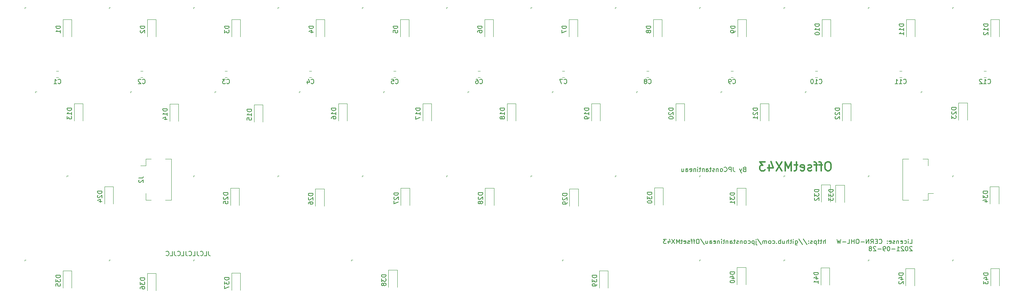
<source format=gbr>
%TF.GenerationSoftware,KiCad,Pcbnew,(5.1.10)-1*%
%TF.CreationDate,2021-09-28T22:37:18-06:00*%
%TF.ProjectId,MX43,4d583433-2e6b-4696-9361-645f70636258,rev?*%
%TF.SameCoordinates,Original*%
%TF.FileFunction,Legend,Bot*%
%TF.FilePolarity,Positive*%
%FSLAX46Y46*%
G04 Gerber Fmt 4.6, Leading zero omitted, Abs format (unit mm)*
G04 Created by KiCad (PCBNEW (5.1.10)-1) date 2021-09-28 22:37:18*
%MOMM*%
%LPD*%
G01*
G04 APERTURE LIST*
%ADD10C,0.150000*%
%ADD11C,0.300000*%
%ADD12C,0.120000*%
G04 APERTURE END LIST*
D10*
X100504047Y-108037380D02*
X100504047Y-108751666D01*
X100551666Y-108894523D01*
X100646904Y-108989761D01*
X100789761Y-109037380D01*
X100885000Y-109037380D01*
X99551666Y-109037380D02*
X100027857Y-109037380D01*
X100027857Y-108037380D01*
X98646904Y-108942142D02*
X98694523Y-108989761D01*
X98837380Y-109037380D01*
X98932619Y-109037380D01*
X99075476Y-108989761D01*
X99170714Y-108894523D01*
X99218333Y-108799285D01*
X99265952Y-108608809D01*
X99265952Y-108465952D01*
X99218333Y-108275476D01*
X99170714Y-108180238D01*
X99075476Y-108085000D01*
X98932619Y-108037380D01*
X98837380Y-108037380D01*
X98694523Y-108085000D01*
X98646904Y-108132619D01*
X97932619Y-108037380D02*
X97932619Y-108751666D01*
X97980238Y-108894523D01*
X98075476Y-108989761D01*
X98218333Y-109037380D01*
X98313571Y-109037380D01*
X96980238Y-109037380D02*
X97456428Y-109037380D01*
X97456428Y-108037380D01*
X96075476Y-108942142D02*
X96123095Y-108989761D01*
X96265952Y-109037380D01*
X96361190Y-109037380D01*
X96504047Y-108989761D01*
X96599285Y-108894523D01*
X96646904Y-108799285D01*
X96694523Y-108608809D01*
X96694523Y-108465952D01*
X96646904Y-108275476D01*
X96599285Y-108180238D01*
X96504047Y-108085000D01*
X96361190Y-108037380D01*
X96265952Y-108037380D01*
X96123095Y-108085000D01*
X96075476Y-108132619D01*
X95361190Y-108037380D02*
X95361190Y-108751666D01*
X95408809Y-108894523D01*
X95504047Y-108989761D01*
X95646904Y-109037380D01*
X95742142Y-109037380D01*
X94408809Y-109037380D02*
X94885000Y-109037380D01*
X94885000Y-108037380D01*
X93504047Y-108942142D02*
X93551666Y-108989761D01*
X93694523Y-109037380D01*
X93789761Y-109037380D01*
X93932619Y-108989761D01*
X94027857Y-108894523D01*
X94075476Y-108799285D01*
X94123095Y-108608809D01*
X94123095Y-108465952D01*
X94075476Y-108275476D01*
X94027857Y-108180238D01*
X93932619Y-108085000D01*
X93789761Y-108037380D01*
X93694523Y-108037380D01*
X93551666Y-108085000D01*
X93504047Y-108132619D01*
X92789761Y-108037380D02*
X92789761Y-108751666D01*
X92837380Y-108894523D01*
X92932619Y-108989761D01*
X93075476Y-109037380D01*
X93170714Y-109037380D01*
X91837380Y-109037380D02*
X92313571Y-109037380D01*
X92313571Y-108037380D01*
X90932619Y-108942142D02*
X90980238Y-108989761D01*
X91123095Y-109037380D01*
X91218333Y-109037380D01*
X91361190Y-108989761D01*
X91456428Y-108894523D01*
X91504047Y-108799285D01*
X91551666Y-108608809D01*
X91551666Y-108465952D01*
X91504047Y-108275476D01*
X91456428Y-108180238D01*
X91361190Y-108085000D01*
X91218333Y-108037380D01*
X91123095Y-108037380D01*
X90980238Y-108085000D01*
X90932619Y-108132619D01*
X258903214Y-106307380D02*
X259379404Y-106307380D01*
X259379404Y-105307380D01*
X258569880Y-106307380D02*
X258569880Y-105640714D01*
X258569880Y-105307380D02*
X258617500Y-105355000D01*
X258569880Y-105402619D01*
X258522261Y-105355000D01*
X258569880Y-105307380D01*
X258569880Y-105402619D01*
X257665119Y-106259761D02*
X257760357Y-106307380D01*
X257950833Y-106307380D01*
X258046071Y-106259761D01*
X258093690Y-106212142D01*
X258141309Y-106116904D01*
X258141309Y-105831190D01*
X258093690Y-105735952D01*
X258046071Y-105688333D01*
X257950833Y-105640714D01*
X257760357Y-105640714D01*
X257665119Y-105688333D01*
X256855595Y-106259761D02*
X256950833Y-106307380D01*
X257141309Y-106307380D01*
X257236547Y-106259761D01*
X257284166Y-106164523D01*
X257284166Y-105783571D01*
X257236547Y-105688333D01*
X257141309Y-105640714D01*
X256950833Y-105640714D01*
X256855595Y-105688333D01*
X256807976Y-105783571D01*
X256807976Y-105878809D01*
X257284166Y-105974047D01*
X256379404Y-105640714D02*
X256379404Y-106307380D01*
X256379404Y-105735952D02*
X256331785Y-105688333D01*
X256236547Y-105640714D01*
X256093690Y-105640714D01*
X255998452Y-105688333D01*
X255950833Y-105783571D01*
X255950833Y-106307380D01*
X255522261Y-106259761D02*
X255427023Y-106307380D01*
X255236547Y-106307380D01*
X255141309Y-106259761D01*
X255093690Y-106164523D01*
X255093690Y-106116904D01*
X255141309Y-106021666D01*
X255236547Y-105974047D01*
X255379404Y-105974047D01*
X255474642Y-105926428D01*
X255522261Y-105831190D01*
X255522261Y-105783571D01*
X255474642Y-105688333D01*
X255379404Y-105640714D01*
X255236547Y-105640714D01*
X255141309Y-105688333D01*
X254284166Y-106259761D02*
X254379404Y-106307380D01*
X254569880Y-106307380D01*
X254665119Y-106259761D01*
X254712738Y-106164523D01*
X254712738Y-105783571D01*
X254665119Y-105688333D01*
X254569880Y-105640714D01*
X254379404Y-105640714D01*
X254284166Y-105688333D01*
X254236547Y-105783571D01*
X254236547Y-105878809D01*
X254712738Y-105974047D01*
X253807976Y-106212142D02*
X253760357Y-106259761D01*
X253807976Y-106307380D01*
X253855595Y-106259761D01*
X253807976Y-106212142D01*
X253807976Y-106307380D01*
X253807976Y-105688333D02*
X253760357Y-105735952D01*
X253807976Y-105783571D01*
X253855595Y-105735952D01*
X253807976Y-105688333D01*
X253807976Y-105783571D01*
X251998452Y-106212142D02*
X252046071Y-106259761D01*
X252188928Y-106307380D01*
X252284166Y-106307380D01*
X252427023Y-106259761D01*
X252522261Y-106164523D01*
X252569880Y-106069285D01*
X252617500Y-105878809D01*
X252617500Y-105735952D01*
X252569880Y-105545476D01*
X252522261Y-105450238D01*
X252427023Y-105355000D01*
X252284166Y-105307380D01*
X252188928Y-105307380D01*
X252046071Y-105355000D01*
X251998452Y-105402619D01*
X251569880Y-105783571D02*
X251236547Y-105783571D01*
X251093690Y-106307380D02*
X251569880Y-106307380D01*
X251569880Y-105307380D01*
X251093690Y-105307380D01*
X250093690Y-106307380D02*
X250427023Y-105831190D01*
X250665119Y-106307380D02*
X250665119Y-105307380D01*
X250284166Y-105307380D01*
X250188928Y-105355000D01*
X250141309Y-105402619D01*
X250093690Y-105497857D01*
X250093690Y-105640714D01*
X250141309Y-105735952D01*
X250188928Y-105783571D01*
X250284166Y-105831190D01*
X250665119Y-105831190D01*
X249665119Y-106307380D02*
X249665119Y-105307380D01*
X249093690Y-106307380D01*
X249093690Y-105307380D01*
X248617500Y-105926428D02*
X247855595Y-105926428D01*
X247188928Y-105307380D02*
X246998452Y-105307380D01*
X246903214Y-105355000D01*
X246807976Y-105450238D01*
X246760357Y-105640714D01*
X246760357Y-105974047D01*
X246807976Y-106164523D01*
X246903214Y-106259761D01*
X246998452Y-106307380D01*
X247188928Y-106307380D01*
X247284166Y-106259761D01*
X247379404Y-106164523D01*
X247427023Y-105974047D01*
X247427023Y-105640714D01*
X247379404Y-105450238D01*
X247284166Y-105355000D01*
X247188928Y-105307380D01*
X246331785Y-106307380D02*
X246331785Y-105307380D01*
X246331785Y-105783571D02*
X245760357Y-105783571D01*
X245760357Y-106307380D02*
X245760357Y-105307380D01*
X244807976Y-106307380D02*
X245284166Y-106307380D01*
X245284166Y-105307380D01*
X244474642Y-105926428D02*
X243712738Y-105926428D01*
X243331785Y-105307380D02*
X243093690Y-106307380D01*
X242903214Y-105593095D01*
X242712738Y-106307380D01*
X242474642Y-105307380D01*
X239807976Y-106307380D02*
X239807976Y-105307380D01*
X239379404Y-106307380D02*
X239379404Y-105783571D01*
X239427023Y-105688333D01*
X239522261Y-105640714D01*
X239665119Y-105640714D01*
X239760357Y-105688333D01*
X239807976Y-105735952D01*
X239046071Y-105640714D02*
X238665119Y-105640714D01*
X238903214Y-105307380D02*
X238903214Y-106164523D01*
X238855595Y-106259761D01*
X238760357Y-106307380D01*
X238665119Y-106307380D01*
X238474642Y-105640714D02*
X238093690Y-105640714D01*
X238331785Y-105307380D02*
X238331785Y-106164523D01*
X238284166Y-106259761D01*
X238188928Y-106307380D01*
X238093690Y-106307380D01*
X237760357Y-105640714D02*
X237760357Y-106640714D01*
X237760357Y-105688333D02*
X237665119Y-105640714D01*
X237474642Y-105640714D01*
X237379404Y-105688333D01*
X237331785Y-105735952D01*
X237284166Y-105831190D01*
X237284166Y-106116904D01*
X237331785Y-106212142D01*
X237379404Y-106259761D01*
X237474642Y-106307380D01*
X237665119Y-106307380D01*
X237760357Y-106259761D01*
X236903214Y-106259761D02*
X236807976Y-106307380D01*
X236617500Y-106307380D01*
X236522261Y-106259761D01*
X236474642Y-106164523D01*
X236474642Y-106116904D01*
X236522261Y-106021666D01*
X236617500Y-105974047D01*
X236760357Y-105974047D01*
X236855595Y-105926428D01*
X236903214Y-105831190D01*
X236903214Y-105783571D01*
X236855595Y-105688333D01*
X236760357Y-105640714D01*
X236617500Y-105640714D01*
X236522261Y-105688333D01*
X236046071Y-106212142D02*
X235998452Y-106259761D01*
X236046071Y-106307380D01*
X236093690Y-106259761D01*
X236046071Y-106212142D01*
X236046071Y-106307380D01*
X236046071Y-105688333D02*
X235998452Y-105735952D01*
X236046071Y-105783571D01*
X236093690Y-105735952D01*
X236046071Y-105688333D01*
X236046071Y-105783571D01*
X234855595Y-105259761D02*
X235712738Y-106545476D01*
X233807976Y-105259761D02*
X234665119Y-106545476D01*
X233046071Y-105640714D02*
X233046071Y-106450238D01*
X233093690Y-106545476D01*
X233141309Y-106593095D01*
X233236547Y-106640714D01*
X233379404Y-106640714D01*
X233474642Y-106593095D01*
X233046071Y-106259761D02*
X233141309Y-106307380D01*
X233331785Y-106307380D01*
X233427023Y-106259761D01*
X233474642Y-106212142D01*
X233522261Y-106116904D01*
X233522261Y-105831190D01*
X233474642Y-105735952D01*
X233427023Y-105688333D01*
X233331785Y-105640714D01*
X233141309Y-105640714D01*
X233046071Y-105688333D01*
X232569880Y-106307380D02*
X232569880Y-105640714D01*
X232569880Y-105307380D02*
X232617500Y-105355000D01*
X232569880Y-105402619D01*
X232522261Y-105355000D01*
X232569880Y-105307380D01*
X232569880Y-105402619D01*
X232236547Y-105640714D02*
X231855595Y-105640714D01*
X232093690Y-105307380D02*
X232093690Y-106164523D01*
X232046071Y-106259761D01*
X231950833Y-106307380D01*
X231855595Y-106307380D01*
X231522261Y-106307380D02*
X231522261Y-105307380D01*
X231093690Y-106307380D02*
X231093690Y-105783571D01*
X231141309Y-105688333D01*
X231236547Y-105640714D01*
X231379404Y-105640714D01*
X231474642Y-105688333D01*
X231522261Y-105735952D01*
X230188928Y-105640714D02*
X230188928Y-106307380D01*
X230617500Y-105640714D02*
X230617500Y-106164523D01*
X230569880Y-106259761D01*
X230474642Y-106307380D01*
X230331785Y-106307380D01*
X230236547Y-106259761D01*
X230188928Y-106212142D01*
X229712738Y-106307380D02*
X229712738Y-105307380D01*
X229712738Y-105688333D02*
X229617500Y-105640714D01*
X229427023Y-105640714D01*
X229331785Y-105688333D01*
X229284166Y-105735952D01*
X229236547Y-105831190D01*
X229236547Y-106116904D01*
X229284166Y-106212142D01*
X229331785Y-106259761D01*
X229427023Y-106307380D01*
X229617500Y-106307380D01*
X229712738Y-106259761D01*
X228807976Y-106212142D02*
X228760357Y-106259761D01*
X228807976Y-106307380D01*
X228855595Y-106259761D01*
X228807976Y-106212142D01*
X228807976Y-106307380D01*
X227903214Y-106259761D02*
X227998452Y-106307380D01*
X228188928Y-106307380D01*
X228284166Y-106259761D01*
X228331785Y-106212142D01*
X228379404Y-106116904D01*
X228379404Y-105831190D01*
X228331785Y-105735952D01*
X228284166Y-105688333D01*
X228188928Y-105640714D01*
X227998452Y-105640714D01*
X227903214Y-105688333D01*
X227331785Y-106307380D02*
X227427023Y-106259761D01*
X227474642Y-106212142D01*
X227522261Y-106116904D01*
X227522261Y-105831190D01*
X227474642Y-105735952D01*
X227427023Y-105688333D01*
X227331785Y-105640714D01*
X227188928Y-105640714D01*
X227093690Y-105688333D01*
X227046071Y-105735952D01*
X226998452Y-105831190D01*
X226998452Y-106116904D01*
X227046071Y-106212142D01*
X227093690Y-106259761D01*
X227188928Y-106307380D01*
X227331785Y-106307380D01*
X226569880Y-106307380D02*
X226569880Y-105640714D01*
X226569880Y-105735952D02*
X226522261Y-105688333D01*
X226427023Y-105640714D01*
X226284166Y-105640714D01*
X226188928Y-105688333D01*
X226141309Y-105783571D01*
X226141309Y-106307380D01*
X226141309Y-105783571D02*
X226093690Y-105688333D01*
X225998452Y-105640714D01*
X225855595Y-105640714D01*
X225760357Y-105688333D01*
X225712738Y-105783571D01*
X225712738Y-106307380D01*
X224522261Y-105259761D02*
X225379404Y-106545476D01*
X224188928Y-105640714D02*
X224188928Y-106497857D01*
X224236547Y-106593095D01*
X224331785Y-106640714D01*
X224379404Y-106640714D01*
X224188928Y-105307380D02*
X224236547Y-105355000D01*
X224188928Y-105402619D01*
X224141309Y-105355000D01*
X224188928Y-105307380D01*
X224188928Y-105402619D01*
X223712738Y-105640714D02*
X223712738Y-106640714D01*
X223712738Y-105688333D02*
X223617500Y-105640714D01*
X223427023Y-105640714D01*
X223331785Y-105688333D01*
X223284166Y-105735952D01*
X223236547Y-105831190D01*
X223236547Y-106116904D01*
X223284166Y-106212142D01*
X223331785Y-106259761D01*
X223427023Y-106307380D01*
X223617500Y-106307380D01*
X223712738Y-106259761D01*
X222379404Y-106259761D02*
X222474642Y-106307380D01*
X222665119Y-106307380D01*
X222760357Y-106259761D01*
X222807976Y-106212142D01*
X222855595Y-106116904D01*
X222855595Y-105831190D01*
X222807976Y-105735952D01*
X222760357Y-105688333D01*
X222665119Y-105640714D01*
X222474642Y-105640714D01*
X222379404Y-105688333D01*
X221807976Y-106307380D02*
X221903214Y-106259761D01*
X221950833Y-106212142D01*
X221998452Y-106116904D01*
X221998452Y-105831190D01*
X221950833Y-105735952D01*
X221903214Y-105688333D01*
X221807976Y-105640714D01*
X221665119Y-105640714D01*
X221569880Y-105688333D01*
X221522261Y-105735952D01*
X221474642Y-105831190D01*
X221474642Y-106116904D01*
X221522261Y-106212142D01*
X221569880Y-106259761D01*
X221665119Y-106307380D01*
X221807976Y-106307380D01*
X221046071Y-105640714D02*
X221046071Y-106307380D01*
X221046071Y-105735952D02*
X220998452Y-105688333D01*
X220903214Y-105640714D01*
X220760357Y-105640714D01*
X220665119Y-105688333D01*
X220617500Y-105783571D01*
X220617500Y-106307380D01*
X220188928Y-106259761D02*
X220093690Y-106307380D01*
X219903214Y-106307380D01*
X219807976Y-106259761D01*
X219760357Y-106164523D01*
X219760357Y-106116904D01*
X219807976Y-106021666D01*
X219903214Y-105974047D01*
X220046071Y-105974047D01*
X220141309Y-105926428D01*
X220188928Y-105831190D01*
X220188928Y-105783571D01*
X220141309Y-105688333D01*
X220046071Y-105640714D01*
X219903214Y-105640714D01*
X219807976Y-105688333D01*
X219474642Y-105640714D02*
X219093690Y-105640714D01*
X219331785Y-105307380D02*
X219331785Y-106164523D01*
X219284166Y-106259761D01*
X219188928Y-106307380D01*
X219093690Y-106307380D01*
X218331785Y-106307380D02*
X218331785Y-105783571D01*
X218379404Y-105688333D01*
X218474642Y-105640714D01*
X218665119Y-105640714D01*
X218760357Y-105688333D01*
X218331785Y-106259761D02*
X218427023Y-106307380D01*
X218665119Y-106307380D01*
X218760357Y-106259761D01*
X218807976Y-106164523D01*
X218807976Y-106069285D01*
X218760357Y-105974047D01*
X218665119Y-105926428D01*
X218427023Y-105926428D01*
X218331785Y-105878809D01*
X217855595Y-105640714D02*
X217855595Y-106307380D01*
X217855595Y-105735952D02*
X217807976Y-105688333D01*
X217712738Y-105640714D01*
X217569880Y-105640714D01*
X217474642Y-105688333D01*
X217427023Y-105783571D01*
X217427023Y-106307380D01*
X217093690Y-105640714D02*
X216712738Y-105640714D01*
X216950833Y-105307380D02*
X216950833Y-106164523D01*
X216903214Y-106259761D01*
X216807976Y-106307380D01*
X216712738Y-106307380D01*
X216379404Y-106307380D02*
X216379404Y-105640714D01*
X216379404Y-105307380D02*
X216427023Y-105355000D01*
X216379404Y-105402619D01*
X216331785Y-105355000D01*
X216379404Y-105307380D01*
X216379404Y-105402619D01*
X215903214Y-105640714D02*
X215903214Y-106307380D01*
X215903214Y-105735952D02*
X215855595Y-105688333D01*
X215760357Y-105640714D01*
X215617500Y-105640714D01*
X215522261Y-105688333D01*
X215474642Y-105783571D01*
X215474642Y-106307380D01*
X214617500Y-106259761D02*
X214712738Y-106307380D01*
X214903214Y-106307380D01*
X214998452Y-106259761D01*
X215046071Y-106164523D01*
X215046071Y-105783571D01*
X214998452Y-105688333D01*
X214903214Y-105640714D01*
X214712738Y-105640714D01*
X214617500Y-105688333D01*
X214569880Y-105783571D01*
X214569880Y-105878809D01*
X215046071Y-105974047D01*
X213712738Y-106307380D02*
X213712738Y-105783571D01*
X213760357Y-105688333D01*
X213855595Y-105640714D01*
X214046071Y-105640714D01*
X214141309Y-105688333D01*
X213712738Y-106259761D02*
X213807976Y-106307380D01*
X214046071Y-106307380D01*
X214141309Y-106259761D01*
X214188928Y-106164523D01*
X214188928Y-106069285D01*
X214141309Y-105974047D01*
X214046071Y-105926428D01*
X213807976Y-105926428D01*
X213712738Y-105878809D01*
X212807976Y-105640714D02*
X212807976Y-106307380D01*
X213236547Y-105640714D02*
X213236547Y-106164523D01*
X213188928Y-106259761D01*
X213093690Y-106307380D01*
X212950833Y-106307380D01*
X212855595Y-106259761D01*
X212807976Y-106212142D01*
X211617500Y-105259761D02*
X212474642Y-106545476D01*
X211093690Y-105307380D02*
X210903214Y-105307380D01*
X210807976Y-105355000D01*
X210712738Y-105450238D01*
X210665119Y-105640714D01*
X210665119Y-105974047D01*
X210712738Y-106164523D01*
X210807976Y-106259761D01*
X210903214Y-106307380D01*
X211093690Y-106307380D01*
X211188928Y-106259761D01*
X211284166Y-106164523D01*
X211331785Y-105974047D01*
X211331785Y-105640714D01*
X211284166Y-105450238D01*
X211188928Y-105355000D01*
X211093690Y-105307380D01*
X210379404Y-105640714D02*
X209998452Y-105640714D01*
X210236547Y-106307380D02*
X210236547Y-105450238D01*
X210188928Y-105355000D01*
X210093690Y-105307380D01*
X209998452Y-105307380D01*
X209807976Y-105640714D02*
X209427023Y-105640714D01*
X209665119Y-106307380D02*
X209665119Y-105450238D01*
X209617500Y-105355000D01*
X209522261Y-105307380D01*
X209427023Y-105307380D01*
X209141309Y-106259761D02*
X209046071Y-106307380D01*
X208855595Y-106307380D01*
X208760357Y-106259761D01*
X208712738Y-106164523D01*
X208712738Y-106116904D01*
X208760357Y-106021666D01*
X208855595Y-105974047D01*
X208998452Y-105974047D01*
X209093690Y-105926428D01*
X209141309Y-105831190D01*
X209141309Y-105783571D01*
X209093690Y-105688333D01*
X208998452Y-105640714D01*
X208855595Y-105640714D01*
X208760357Y-105688333D01*
X207903214Y-106259761D02*
X207998452Y-106307380D01*
X208188928Y-106307380D01*
X208284166Y-106259761D01*
X208331785Y-106164523D01*
X208331785Y-105783571D01*
X208284166Y-105688333D01*
X208188928Y-105640714D01*
X207998452Y-105640714D01*
X207903214Y-105688333D01*
X207855595Y-105783571D01*
X207855595Y-105878809D01*
X208331785Y-105974047D01*
X207569880Y-105640714D02*
X207188928Y-105640714D01*
X207427023Y-105307380D02*
X207427023Y-106164523D01*
X207379404Y-106259761D01*
X207284166Y-106307380D01*
X207188928Y-106307380D01*
X206855595Y-106307380D02*
X206855595Y-105307380D01*
X206522261Y-106021666D01*
X206188928Y-105307380D01*
X206188928Y-106307380D01*
X205807976Y-105307380D02*
X205141309Y-106307380D01*
X205141309Y-105307380D02*
X205807976Y-106307380D01*
X204331785Y-105640714D02*
X204331785Y-106307380D01*
X204569880Y-105259761D02*
X204807976Y-105974047D01*
X204188928Y-105974047D01*
X203903214Y-105307380D02*
X203284166Y-105307380D01*
X203617500Y-105688333D01*
X203474642Y-105688333D01*
X203379404Y-105735952D01*
X203331785Y-105783571D01*
X203284166Y-105878809D01*
X203284166Y-106116904D01*
X203331785Y-106212142D01*
X203379404Y-106259761D01*
X203474642Y-106307380D01*
X203760357Y-106307380D01*
X203855595Y-106259761D01*
X203903214Y-106212142D01*
X259427023Y-107052619D02*
X259379404Y-107005000D01*
X259284166Y-106957380D01*
X259046071Y-106957380D01*
X258950833Y-107005000D01*
X258903214Y-107052619D01*
X258855595Y-107147857D01*
X258855595Y-107243095D01*
X258903214Y-107385952D01*
X259474642Y-107957380D01*
X258855595Y-107957380D01*
X258236547Y-106957380D02*
X258141309Y-106957380D01*
X258046071Y-107005000D01*
X257998452Y-107052619D01*
X257950833Y-107147857D01*
X257903214Y-107338333D01*
X257903214Y-107576428D01*
X257950833Y-107766904D01*
X257998452Y-107862142D01*
X258046071Y-107909761D01*
X258141309Y-107957380D01*
X258236547Y-107957380D01*
X258331785Y-107909761D01*
X258379404Y-107862142D01*
X258427023Y-107766904D01*
X258474642Y-107576428D01*
X258474642Y-107338333D01*
X258427023Y-107147857D01*
X258379404Y-107052619D01*
X258331785Y-107005000D01*
X258236547Y-106957380D01*
X257522261Y-107052619D02*
X257474642Y-107005000D01*
X257379404Y-106957380D01*
X257141309Y-106957380D01*
X257046071Y-107005000D01*
X256998452Y-107052619D01*
X256950833Y-107147857D01*
X256950833Y-107243095D01*
X256998452Y-107385952D01*
X257569880Y-107957380D01*
X256950833Y-107957380D01*
X255998452Y-107957380D02*
X256569880Y-107957380D01*
X256284166Y-107957380D02*
X256284166Y-106957380D01*
X256379404Y-107100238D01*
X256474642Y-107195476D01*
X256569880Y-107243095D01*
X255569880Y-107576428D02*
X254807976Y-107576428D01*
X254141309Y-106957380D02*
X254046071Y-106957380D01*
X253950833Y-107005000D01*
X253903214Y-107052619D01*
X253855595Y-107147857D01*
X253807976Y-107338333D01*
X253807976Y-107576428D01*
X253855595Y-107766904D01*
X253903214Y-107862142D01*
X253950833Y-107909761D01*
X254046071Y-107957380D01*
X254141309Y-107957380D01*
X254236547Y-107909761D01*
X254284166Y-107862142D01*
X254331785Y-107766904D01*
X254379404Y-107576428D01*
X254379404Y-107338333D01*
X254331785Y-107147857D01*
X254284166Y-107052619D01*
X254236547Y-107005000D01*
X254141309Y-106957380D01*
X253331785Y-107957380D02*
X253141309Y-107957380D01*
X253046071Y-107909761D01*
X252998452Y-107862142D01*
X252903214Y-107719285D01*
X252855595Y-107528809D01*
X252855595Y-107147857D01*
X252903214Y-107052619D01*
X252950833Y-107005000D01*
X253046071Y-106957380D01*
X253236547Y-106957380D01*
X253331785Y-107005000D01*
X253379404Y-107052619D01*
X253427023Y-107147857D01*
X253427023Y-107385952D01*
X253379404Y-107481190D01*
X253331785Y-107528809D01*
X253236547Y-107576428D01*
X253046071Y-107576428D01*
X252950833Y-107528809D01*
X252903214Y-107481190D01*
X252855595Y-107385952D01*
X252427023Y-107576428D02*
X251665119Y-107576428D01*
X251236547Y-107052619D02*
X251188928Y-107005000D01*
X251093690Y-106957380D01*
X250855595Y-106957380D01*
X250760357Y-107005000D01*
X250712738Y-107052619D01*
X250665119Y-107147857D01*
X250665119Y-107243095D01*
X250712738Y-107385952D01*
X251284166Y-107957380D01*
X250665119Y-107957380D01*
X250093690Y-107385952D02*
X250188928Y-107338333D01*
X250236547Y-107290714D01*
X250284166Y-107195476D01*
X250284166Y-107147857D01*
X250236547Y-107052619D01*
X250188928Y-107005000D01*
X250093690Y-106957380D01*
X249903214Y-106957380D01*
X249807976Y-107005000D01*
X249760357Y-107052619D01*
X249712738Y-107147857D01*
X249712738Y-107195476D01*
X249760357Y-107290714D01*
X249807976Y-107338333D01*
X249903214Y-107385952D01*
X250093690Y-107385952D01*
X250188928Y-107433571D01*
X250236547Y-107481190D01*
X250284166Y-107576428D01*
X250284166Y-107766904D01*
X250236547Y-107862142D01*
X250188928Y-107909761D01*
X250093690Y-107957380D01*
X249903214Y-107957380D01*
X249807976Y-107909761D01*
X249760357Y-107862142D01*
X249712738Y-107766904D01*
X249712738Y-107576428D01*
X249760357Y-107481190D01*
X249807976Y-107433571D01*
X249903214Y-107385952D01*
X221510952Y-89463571D02*
X221368095Y-89511190D01*
X221320476Y-89558809D01*
X221272857Y-89654047D01*
X221272857Y-89796904D01*
X221320476Y-89892142D01*
X221368095Y-89939761D01*
X221463333Y-89987380D01*
X221844285Y-89987380D01*
X221844285Y-88987380D01*
X221510952Y-88987380D01*
X221415714Y-89035000D01*
X221368095Y-89082619D01*
X221320476Y-89177857D01*
X221320476Y-89273095D01*
X221368095Y-89368333D01*
X221415714Y-89415952D01*
X221510952Y-89463571D01*
X221844285Y-89463571D01*
X220939523Y-89320714D02*
X220701428Y-89987380D01*
X220463333Y-89320714D02*
X220701428Y-89987380D01*
X220796666Y-90225476D01*
X220844285Y-90273095D01*
X220939523Y-90320714D01*
X219034761Y-88987380D02*
X219034761Y-89701666D01*
X219082380Y-89844523D01*
X219177619Y-89939761D01*
X219320476Y-89987380D01*
X219415714Y-89987380D01*
X218558571Y-89987380D02*
X218558571Y-88987380D01*
X218177619Y-88987380D01*
X218082380Y-89035000D01*
X218034761Y-89082619D01*
X217987142Y-89177857D01*
X217987142Y-89320714D01*
X218034761Y-89415952D01*
X218082380Y-89463571D01*
X218177619Y-89511190D01*
X218558571Y-89511190D01*
X216987142Y-89892142D02*
X217034761Y-89939761D01*
X217177619Y-89987380D01*
X217272857Y-89987380D01*
X217415714Y-89939761D01*
X217510952Y-89844523D01*
X217558571Y-89749285D01*
X217606190Y-89558809D01*
X217606190Y-89415952D01*
X217558571Y-89225476D01*
X217510952Y-89130238D01*
X217415714Y-89035000D01*
X217272857Y-88987380D01*
X217177619Y-88987380D01*
X217034761Y-89035000D01*
X216987142Y-89082619D01*
X216415714Y-89987380D02*
X216510952Y-89939761D01*
X216558571Y-89892142D01*
X216606190Y-89796904D01*
X216606190Y-89511190D01*
X216558571Y-89415952D01*
X216510952Y-89368333D01*
X216415714Y-89320714D01*
X216272857Y-89320714D01*
X216177619Y-89368333D01*
X216130000Y-89415952D01*
X216082380Y-89511190D01*
X216082380Y-89796904D01*
X216130000Y-89892142D01*
X216177619Y-89939761D01*
X216272857Y-89987380D01*
X216415714Y-89987380D01*
X215653809Y-89320714D02*
X215653809Y-89987380D01*
X215653809Y-89415952D02*
X215606190Y-89368333D01*
X215510952Y-89320714D01*
X215368095Y-89320714D01*
X215272857Y-89368333D01*
X215225238Y-89463571D01*
X215225238Y-89987380D01*
X214796666Y-89939761D02*
X214701428Y-89987380D01*
X214510952Y-89987380D01*
X214415714Y-89939761D01*
X214368095Y-89844523D01*
X214368095Y-89796904D01*
X214415714Y-89701666D01*
X214510952Y-89654047D01*
X214653809Y-89654047D01*
X214749047Y-89606428D01*
X214796666Y-89511190D01*
X214796666Y-89463571D01*
X214749047Y-89368333D01*
X214653809Y-89320714D01*
X214510952Y-89320714D01*
X214415714Y-89368333D01*
X214082380Y-89320714D02*
X213701428Y-89320714D01*
X213939523Y-88987380D02*
X213939523Y-89844523D01*
X213891904Y-89939761D01*
X213796666Y-89987380D01*
X213701428Y-89987380D01*
X212939523Y-89987380D02*
X212939523Y-89463571D01*
X212987142Y-89368333D01*
X213082380Y-89320714D01*
X213272857Y-89320714D01*
X213368095Y-89368333D01*
X212939523Y-89939761D02*
X213034761Y-89987380D01*
X213272857Y-89987380D01*
X213368095Y-89939761D01*
X213415714Y-89844523D01*
X213415714Y-89749285D01*
X213368095Y-89654047D01*
X213272857Y-89606428D01*
X213034761Y-89606428D01*
X212939523Y-89558809D01*
X212463333Y-89320714D02*
X212463333Y-89987380D01*
X212463333Y-89415952D02*
X212415714Y-89368333D01*
X212320476Y-89320714D01*
X212177619Y-89320714D01*
X212082380Y-89368333D01*
X212034761Y-89463571D01*
X212034761Y-89987380D01*
X211701428Y-89320714D02*
X211320476Y-89320714D01*
X211558571Y-88987380D02*
X211558571Y-89844523D01*
X211510952Y-89939761D01*
X211415714Y-89987380D01*
X211320476Y-89987380D01*
X210987142Y-89987380D02*
X210987142Y-89320714D01*
X210987142Y-88987380D02*
X211034761Y-89035000D01*
X210987142Y-89082619D01*
X210939523Y-89035000D01*
X210987142Y-88987380D01*
X210987142Y-89082619D01*
X210510952Y-89320714D02*
X210510952Y-89987380D01*
X210510952Y-89415952D02*
X210463333Y-89368333D01*
X210368095Y-89320714D01*
X210225238Y-89320714D01*
X210130000Y-89368333D01*
X210082380Y-89463571D01*
X210082380Y-89987380D01*
X209225238Y-89939761D02*
X209320476Y-89987380D01*
X209510952Y-89987380D01*
X209606190Y-89939761D01*
X209653809Y-89844523D01*
X209653809Y-89463571D01*
X209606190Y-89368333D01*
X209510952Y-89320714D01*
X209320476Y-89320714D01*
X209225238Y-89368333D01*
X209177619Y-89463571D01*
X209177619Y-89558809D01*
X209653809Y-89654047D01*
X208320476Y-89987380D02*
X208320476Y-89463571D01*
X208368095Y-89368333D01*
X208463333Y-89320714D01*
X208653809Y-89320714D01*
X208749047Y-89368333D01*
X208320476Y-89939761D02*
X208415714Y-89987380D01*
X208653809Y-89987380D01*
X208749047Y-89939761D01*
X208796666Y-89844523D01*
X208796666Y-89749285D01*
X208749047Y-89654047D01*
X208653809Y-89606428D01*
X208415714Y-89606428D01*
X208320476Y-89558809D01*
X207415714Y-89320714D02*
X207415714Y-89987380D01*
X207844285Y-89320714D02*
X207844285Y-89844523D01*
X207796666Y-89939761D01*
X207701428Y-89987380D01*
X207558571Y-89987380D01*
X207463333Y-89939761D01*
X207415714Y-89892142D01*
D11*
X240616428Y-87804761D02*
X240235476Y-87804761D01*
X240045000Y-87900000D01*
X239854523Y-88090476D01*
X239759285Y-88471428D01*
X239759285Y-89138095D01*
X239854523Y-89519047D01*
X240045000Y-89709523D01*
X240235476Y-89804761D01*
X240616428Y-89804761D01*
X240806904Y-89709523D01*
X240997380Y-89519047D01*
X241092619Y-89138095D01*
X241092619Y-88471428D01*
X240997380Y-88090476D01*
X240806904Y-87900000D01*
X240616428Y-87804761D01*
X239187857Y-88471428D02*
X238425952Y-88471428D01*
X238902142Y-89804761D02*
X238902142Y-88090476D01*
X238806904Y-87900000D01*
X238616428Y-87804761D01*
X238425952Y-87804761D01*
X238045000Y-88471428D02*
X237283095Y-88471428D01*
X237759285Y-89804761D02*
X237759285Y-88090476D01*
X237664047Y-87900000D01*
X237473571Y-87804761D01*
X237283095Y-87804761D01*
X236711666Y-89709523D02*
X236521190Y-89804761D01*
X236140238Y-89804761D01*
X235949761Y-89709523D01*
X235854523Y-89519047D01*
X235854523Y-89423809D01*
X235949761Y-89233333D01*
X236140238Y-89138095D01*
X236425952Y-89138095D01*
X236616428Y-89042857D01*
X236711666Y-88852380D01*
X236711666Y-88757142D01*
X236616428Y-88566666D01*
X236425952Y-88471428D01*
X236140238Y-88471428D01*
X235949761Y-88566666D01*
X234235476Y-89709523D02*
X234425952Y-89804761D01*
X234806904Y-89804761D01*
X234997380Y-89709523D01*
X235092619Y-89519047D01*
X235092619Y-88757142D01*
X234997380Y-88566666D01*
X234806904Y-88471428D01*
X234425952Y-88471428D01*
X234235476Y-88566666D01*
X234140238Y-88757142D01*
X234140238Y-88947619D01*
X235092619Y-89138095D01*
X233568809Y-88471428D02*
X232806904Y-88471428D01*
X233283095Y-87804761D02*
X233283095Y-89519047D01*
X233187857Y-89709523D01*
X232997380Y-89804761D01*
X232806904Y-89804761D01*
X232140238Y-89804761D02*
X232140238Y-87804761D01*
X231473571Y-89233333D01*
X230806904Y-87804761D01*
X230806904Y-89804761D01*
X230045000Y-87804761D02*
X228711666Y-89804761D01*
X228711666Y-87804761D02*
X230045000Y-89804761D01*
X227092619Y-88471428D02*
X227092619Y-89804761D01*
X227568809Y-87709523D02*
X228045000Y-89138095D01*
X226806904Y-89138095D01*
X226235476Y-87804761D02*
X224997380Y-87804761D01*
X225664047Y-88566666D01*
X225378333Y-88566666D01*
X225187857Y-88661904D01*
X225092619Y-88757142D01*
X224997380Y-88947619D01*
X224997380Y-89423809D01*
X225092619Y-89614285D01*
X225187857Y-89709523D01*
X225378333Y-89804761D01*
X225949761Y-89804761D01*
X226140238Y-89709523D01*
X226235476Y-89614285D01*
D12*
%TO.C,U39*%
X180672000Y-109990000D02*
X180372000Y-109990000D01*
X180372000Y-109990000D02*
X180372000Y-110290000D01*
%TO.C,U38*%
X133047000Y-109990000D02*
X132747000Y-109990000D01*
X132747000Y-109990000D02*
X132747000Y-110290000D01*
%TO.C,U24*%
X68785000Y-90940000D02*
X68485000Y-90940000D01*
X68485000Y-90940000D02*
X68485000Y-91240000D01*
%TO.C,U18*%
X159036000Y-71890000D02*
X159036000Y-72190000D01*
X159336000Y-71890000D02*
X159036000Y-71890000D01*
%TO.C,U13*%
X61673000Y-71890000D02*
X61373000Y-71890000D01*
X61373000Y-71890000D02*
X61373000Y-72190000D01*
%TO.C,U20*%
X197136000Y-71890000D02*
X197136000Y-72190000D01*
X197436000Y-71890000D02*
X197136000Y-71890000D01*
%TO.C,U21*%
X216186000Y-71890000D02*
X216186000Y-72190000D01*
X216486000Y-71890000D02*
X216186000Y-71890000D01*
%TO.C,U34*%
X268510000Y-90940000D02*
X268510000Y-91240000D01*
X268810000Y-90940000D02*
X268510000Y-90940000D01*
%TO.C,U43*%
X268510000Y-109990000D02*
X268510000Y-110290000D01*
X268810000Y-109990000D02*
X268510000Y-109990000D01*
%TO.C,U40*%
X211360000Y-109990000D02*
X211360000Y-110290000D01*
X211660000Y-109990000D02*
X211360000Y-109990000D01*
%TO.C,U35*%
X58960000Y-109990000D02*
X58960000Y-110290000D01*
X59260000Y-109990000D02*
X58960000Y-109990000D01*
%TO.C,U42*%
X249760000Y-109990000D02*
X249460000Y-109990000D01*
X249460000Y-109990000D02*
X249460000Y-110290000D01*
%TO.C,U23*%
X261698000Y-71890000D02*
X261398000Y-71890000D01*
X261398000Y-71890000D02*
X261398000Y-72190000D01*
%TO.C,J2*%
X86300000Y-88640000D02*
X85100000Y-88640000D01*
X92100000Y-96450000D02*
X90700000Y-96450000D01*
X92100000Y-87150000D02*
X92100000Y-96450000D01*
X90700000Y-87150000D02*
X92100000Y-87150000D01*
X86300000Y-96450000D02*
X87500000Y-96450000D01*
X86300000Y-94960000D02*
X86300000Y-96450000D01*
X86300000Y-87150000D02*
X87500000Y-87150000D01*
X86300000Y-88640000D02*
X86300000Y-87150000D01*
%TO.C,J1*%
X263047000Y-94960000D02*
X264247000Y-94960000D01*
X257247000Y-87150000D02*
X258647000Y-87150000D01*
X257247000Y-96450000D02*
X257247000Y-87150000D01*
X258647000Y-96450000D02*
X257247000Y-96450000D01*
X263047000Y-87150000D02*
X261847000Y-87150000D01*
X263047000Y-88640000D02*
X263047000Y-87150000D01*
X263047000Y-96450000D02*
X261847000Y-96450000D01*
X263047000Y-94960000D02*
X263047000Y-96450000D01*
%TO.C,C12*%
X275643748Y-67210000D02*
X276166252Y-67210000D01*
X275643748Y-68680000D02*
X276166252Y-68680000D01*
%TO.C,C11*%
X256593748Y-67210000D02*
X257116252Y-67210000D01*
X256593748Y-68680000D02*
X257116252Y-68680000D01*
%TO.C,C10*%
X237543748Y-67210000D02*
X238066252Y-67210000D01*
X237543748Y-68680000D02*
X238066252Y-68680000D01*
%TO.C,C9*%
X218493748Y-67210000D02*
X219016252Y-67210000D01*
X218493748Y-68680000D02*
X219016252Y-68680000D01*
%TO.C,C8*%
X199448748Y-67210000D02*
X199971252Y-67210000D01*
X199448748Y-68680000D02*
X199971252Y-68680000D01*
%TO.C,C7*%
X180398748Y-67210000D02*
X180921252Y-67210000D01*
X180398748Y-68680000D02*
X180921252Y-68680000D01*
%TO.C,C6*%
X161348748Y-67210000D02*
X161871252Y-67210000D01*
X161348748Y-68680000D02*
X161871252Y-68680000D01*
%TO.C,C5*%
X142298748Y-67210000D02*
X142821252Y-67210000D01*
X142298748Y-68680000D02*
X142821252Y-68680000D01*
%TO.C,C4*%
X123248748Y-67210000D02*
X123771252Y-67210000D01*
X123248748Y-68680000D02*
X123771252Y-68680000D01*
%TO.C,C3*%
X104198748Y-67210000D02*
X104721252Y-67210000D01*
X104198748Y-68680000D02*
X104721252Y-68680000D01*
%TO.C,C2*%
X85148748Y-67210000D02*
X85671252Y-67210000D01*
X85148748Y-68680000D02*
X85671252Y-68680000D01*
%TO.C,C1*%
X66098748Y-67210000D02*
X66621252Y-67210000D01*
X66098748Y-68680000D02*
X66621252Y-68680000D01*
%TO.C,U41*%
X230410000Y-109990000D02*
X230410000Y-110290000D01*
X230710000Y-109990000D02*
X230410000Y-109990000D01*
%TO.C,U37*%
X97060000Y-109990000D02*
X97060000Y-110290000D01*
X97360000Y-109990000D02*
X97060000Y-109990000D01*
%TO.C,U36*%
X78010000Y-109990000D02*
X78010000Y-110290000D01*
X78310000Y-109990000D02*
X78010000Y-109990000D01*
%TO.C,U33*%
X249460000Y-90940000D02*
X249460000Y-91240000D01*
X249760000Y-90940000D02*
X249460000Y-90940000D01*
%TO.C,U32*%
X230410000Y-90940000D02*
X230410000Y-91240000D01*
X230710000Y-90940000D02*
X230410000Y-90940000D01*
%TO.C,U31*%
X211360000Y-90940000D02*
X211360000Y-91240000D01*
X211660000Y-90940000D02*
X211360000Y-90940000D01*
%TO.C,U30*%
X192310000Y-90940000D02*
X192310000Y-91240000D01*
X192610000Y-90940000D02*
X192310000Y-90940000D01*
%TO.C,U29*%
X173260000Y-90940000D02*
X173260000Y-91240000D01*
X173560000Y-90940000D02*
X173260000Y-90940000D01*
%TO.C,U28*%
X154210000Y-90940000D02*
X154210000Y-91240000D01*
X154510000Y-90940000D02*
X154210000Y-90940000D01*
%TO.C,U27*%
X135160000Y-90940000D02*
X135160000Y-91240000D01*
X135460000Y-90940000D02*
X135160000Y-90940000D01*
%TO.C,U26*%
X116110000Y-90940000D02*
X116110000Y-91240000D01*
X116410000Y-90940000D02*
X116110000Y-90940000D01*
%TO.C,U25*%
X97060000Y-90940000D02*
X97060000Y-91240000D01*
X97360000Y-90940000D02*
X97060000Y-90940000D01*
%TO.C,U22*%
X235236000Y-71890000D02*
X235236000Y-72190000D01*
X235536000Y-71890000D02*
X235236000Y-71890000D01*
%TO.C,U19*%
X178086000Y-71890000D02*
X178086000Y-72190000D01*
X178386000Y-71890000D02*
X178086000Y-71890000D01*
%TO.C,U17*%
X139986000Y-71890000D02*
X139986000Y-72190000D01*
X140286000Y-71890000D02*
X139986000Y-71890000D01*
%TO.C,U16*%
X120936000Y-71890000D02*
X120936000Y-72190000D01*
X121236000Y-71890000D02*
X120936000Y-71890000D01*
%TO.C,U15*%
X101886000Y-71890000D02*
X101886000Y-72190000D01*
X102186000Y-71890000D02*
X101886000Y-71890000D01*
%TO.C,U14*%
X82836000Y-71890000D02*
X82836000Y-72190000D01*
X83136000Y-71890000D02*
X82836000Y-71890000D01*
%TO.C,U12*%
X268510000Y-52840000D02*
X268510000Y-53140000D01*
X268810000Y-52840000D02*
X268510000Y-52840000D01*
%TO.C,U11*%
X249460000Y-52840000D02*
X249460000Y-53140000D01*
X249760000Y-52840000D02*
X249460000Y-52840000D01*
%TO.C,U10*%
X230410000Y-52840000D02*
X230410000Y-53140000D01*
X230710000Y-52840000D02*
X230410000Y-52840000D01*
%TO.C,U9*%
X211360000Y-52840000D02*
X211360000Y-53140000D01*
X211660000Y-52840000D02*
X211360000Y-52840000D01*
%TO.C,U8*%
X192310000Y-52840000D02*
X192310000Y-53140000D01*
X192610000Y-52840000D02*
X192310000Y-52840000D01*
%TO.C,U7*%
X173260000Y-52840000D02*
X173260000Y-53140000D01*
X173560000Y-52840000D02*
X173260000Y-52840000D01*
%TO.C,U6*%
X154210000Y-52840000D02*
X154210000Y-53140000D01*
X154510000Y-52840000D02*
X154210000Y-52840000D01*
%TO.C,U5*%
X135160000Y-52840000D02*
X135160000Y-53140000D01*
X135460000Y-52840000D02*
X135160000Y-52840000D01*
%TO.C,U4*%
X116110000Y-52840000D02*
X116110000Y-53140000D01*
X116410000Y-52840000D02*
X116110000Y-52840000D01*
%TO.C,U3*%
X97060000Y-52840000D02*
X97060000Y-53140000D01*
X97360000Y-52840000D02*
X97060000Y-52840000D01*
%TO.C,U2*%
X78010000Y-52840000D02*
X78010000Y-53140000D01*
X78310000Y-52840000D02*
X78010000Y-52840000D01*
%TO.C,U1*%
X58960000Y-52840000D02*
X58960000Y-53140000D01*
X59260000Y-52840000D02*
X58960000Y-52840000D01*
%TO.C,D1*%
X67580000Y-55535000D02*
X69580000Y-55535000D01*
X69580000Y-55535000D02*
X69580000Y-59435000D01*
X67580000Y-55535000D02*
X67580000Y-59435000D01*
%TO.C,D13*%
X70120000Y-74585000D02*
X72120000Y-74585000D01*
X72120000Y-74585000D02*
X72120000Y-78485000D01*
X70120000Y-74585000D02*
X70120000Y-78485000D01*
%TO.C,D25*%
X105426000Y-93762000D02*
X105426000Y-97662000D01*
X107426000Y-93762000D02*
X107426000Y-97662000D01*
X105426000Y-93762000D02*
X107426000Y-93762000D01*
%TO.C,D37*%
X105680000Y-112940000D02*
X105680000Y-116840000D01*
X107680000Y-112940000D02*
X107680000Y-116840000D01*
X105680000Y-112940000D02*
X107680000Y-112940000D01*
%TO.C,D2*%
X86630000Y-55535000D02*
X88630000Y-55535000D01*
X88630000Y-55535000D02*
X88630000Y-59435000D01*
X86630000Y-55535000D02*
X86630000Y-59435000D01*
%TO.C,D14*%
X91710000Y-74713000D02*
X91710000Y-78613000D01*
X93710000Y-74713000D02*
X93710000Y-78613000D01*
X91710000Y-74713000D02*
X93710000Y-74713000D01*
%TO.C,D26*%
X124603000Y-93890000D02*
X126603000Y-93890000D01*
X126603000Y-93890000D02*
X126603000Y-97790000D01*
X124603000Y-93890000D02*
X124603000Y-97790000D01*
%TO.C,D38*%
X141113000Y-112305000D02*
X143113000Y-112305000D01*
X143113000Y-112305000D02*
X143113000Y-116205000D01*
X141113000Y-112305000D02*
X141113000Y-116205000D01*
%TO.C,D3*%
X105680000Y-55535000D02*
X105680000Y-59435000D01*
X107680000Y-55535000D02*
X107680000Y-59435000D01*
X105680000Y-55535000D02*
X107680000Y-55535000D01*
%TO.C,D15*%
X110760000Y-74840000D02*
X110760000Y-78740000D01*
X112760000Y-74840000D02*
X112760000Y-78740000D01*
X110760000Y-74840000D02*
X112760000Y-74840000D01*
%TO.C,D27*%
X143907000Y-93763000D02*
X143907000Y-97663000D01*
X145907000Y-93763000D02*
X145907000Y-97663000D01*
X143907000Y-93763000D02*
X145907000Y-93763000D01*
%TO.C,D39*%
X188738000Y-112432000D02*
X188738000Y-116332000D01*
X190738000Y-112432000D02*
X190738000Y-116332000D01*
X188738000Y-112432000D02*
X190738000Y-112432000D01*
%TO.C,D4*%
X124730000Y-55535000D02*
X126730000Y-55535000D01*
X126730000Y-55535000D02*
X126730000Y-59435000D01*
X124730000Y-55535000D02*
X124730000Y-59435000D01*
%TO.C,D16*%
X129810000Y-74585000D02*
X129810000Y-78485000D01*
X131810000Y-74585000D02*
X131810000Y-78485000D01*
X129810000Y-74585000D02*
X131810000Y-74585000D01*
%TO.C,D28*%
X162957000Y-93762000D02*
X164957000Y-93762000D01*
X164957000Y-93762000D02*
X164957000Y-97662000D01*
X162957000Y-93762000D02*
X162957000Y-97662000D01*
%TO.C,D40*%
X219853000Y-111670000D02*
X221853000Y-111670000D01*
X221853000Y-111670000D02*
X221853000Y-115570000D01*
X219853000Y-111670000D02*
X219853000Y-115570000D01*
%TO.C,D5*%
X143780000Y-55535000D02*
X145780000Y-55535000D01*
X145780000Y-55535000D02*
X145780000Y-59435000D01*
X143780000Y-55535000D02*
X143780000Y-59435000D01*
%TO.C,D17*%
X148860000Y-74585000D02*
X148860000Y-78485000D01*
X150860000Y-74585000D02*
X150860000Y-78485000D01*
X148860000Y-74585000D02*
X150860000Y-74585000D01*
%TO.C,D29*%
X182007000Y-93890000D02*
X182007000Y-97790000D01*
X184007000Y-93890000D02*
X184007000Y-97790000D01*
X182007000Y-93890000D02*
X184007000Y-93890000D01*
%TO.C,D41*%
X238776000Y-111797000D02*
X238776000Y-115697000D01*
X240776000Y-111797000D02*
X240776000Y-115697000D01*
X238776000Y-111797000D02*
X240776000Y-111797000D01*
%TO.C,D6*%
X162830000Y-55535000D02*
X164830000Y-55535000D01*
X164830000Y-55535000D02*
X164830000Y-59435000D01*
X162830000Y-55535000D02*
X162830000Y-59435000D01*
%TO.C,D18*%
X167910000Y-74585000D02*
X169910000Y-74585000D01*
X169910000Y-74585000D02*
X169910000Y-78485000D01*
X167910000Y-74585000D02*
X167910000Y-78485000D01*
%TO.C,D30*%
X201184000Y-93636000D02*
X203184000Y-93636000D01*
X203184000Y-93636000D02*
X203184000Y-97536000D01*
X201184000Y-93636000D02*
X201184000Y-97536000D01*
%TO.C,D42*%
X257953000Y-111924000D02*
X259953000Y-111924000D01*
X259953000Y-111924000D02*
X259953000Y-115824000D01*
X257953000Y-111924000D02*
X257953000Y-115824000D01*
%TO.C,D7*%
X181880000Y-55535000D02*
X183880000Y-55535000D01*
X183880000Y-55535000D02*
X183880000Y-59435000D01*
X181880000Y-55535000D02*
X181880000Y-59435000D01*
%TO.C,D19*%
X186960000Y-74585000D02*
X186960000Y-78485000D01*
X188960000Y-74585000D02*
X188960000Y-78485000D01*
X186960000Y-74585000D02*
X188960000Y-74585000D01*
%TO.C,D31*%
X219853000Y-93763000D02*
X219853000Y-97663000D01*
X221853000Y-93763000D02*
X221853000Y-97663000D01*
X219853000Y-93763000D02*
X221853000Y-93763000D01*
%TO.C,D8*%
X200930000Y-55535000D02*
X202930000Y-55535000D01*
X202930000Y-55535000D02*
X202930000Y-59435000D01*
X200930000Y-55535000D02*
X200930000Y-59435000D01*
%TO.C,D20*%
X206010000Y-74585000D02*
X208010000Y-74585000D01*
X208010000Y-74585000D02*
X208010000Y-78485000D01*
X206010000Y-74585000D02*
X206010000Y-78485000D01*
%TO.C,D32*%
X238903000Y-93001000D02*
X240903000Y-93001000D01*
X240903000Y-93001000D02*
X240903000Y-96901000D01*
X238903000Y-93001000D02*
X238903000Y-96901000D01*
%TO.C,D43*%
X277130000Y-111924000D02*
X277130000Y-115824000D01*
X279130000Y-111924000D02*
X279130000Y-115824000D01*
X277130000Y-111924000D02*
X279130000Y-111924000D01*
%TO.C,D9*%
X219980000Y-55535000D02*
X219980000Y-59435000D01*
X221980000Y-55535000D02*
X221980000Y-59435000D01*
X219980000Y-55535000D02*
X221980000Y-55535000D01*
%TO.C,D21*%
X225060000Y-74585000D02*
X225060000Y-78485000D01*
X227060000Y-74585000D02*
X227060000Y-78485000D01*
X225060000Y-74585000D02*
X227060000Y-74585000D01*
%TO.C,D33*%
X242141500Y-93039100D02*
X242141500Y-96939100D01*
X244141500Y-93039100D02*
X244141500Y-96939100D01*
X242141500Y-93039100D02*
X244141500Y-93039100D01*
%TO.C,D10*%
X239030000Y-55535000D02*
X239030000Y-59435000D01*
X241030000Y-55535000D02*
X241030000Y-59435000D01*
X239030000Y-55535000D02*
X241030000Y-55535000D01*
%TO.C,D22*%
X243602000Y-74585000D02*
X245602000Y-74585000D01*
X245602000Y-74585000D02*
X245602000Y-78485000D01*
X243602000Y-74585000D02*
X243602000Y-78485000D01*
%TO.C,D34*%
X277003000Y-93382000D02*
X279003000Y-93382000D01*
X279003000Y-93382000D02*
X279003000Y-97282000D01*
X277003000Y-93382000D02*
X277003000Y-97282000D01*
%TO.C,D11*%
X258080000Y-55535000D02*
X258080000Y-59435000D01*
X260080000Y-55535000D02*
X260080000Y-59435000D01*
X258080000Y-55535000D02*
X260080000Y-55535000D01*
%TO.C,D23*%
X269891000Y-74458000D02*
X269891000Y-78358000D01*
X271891000Y-74458000D02*
X271891000Y-78358000D01*
X269891000Y-74458000D02*
X271891000Y-74458000D01*
%TO.C,D35*%
X67580000Y-112432000D02*
X67580000Y-116332000D01*
X69580000Y-112432000D02*
X69580000Y-116332000D01*
X67580000Y-112432000D02*
X69580000Y-112432000D01*
%TO.C,D12*%
X277130000Y-55535000D02*
X279130000Y-55535000D01*
X279130000Y-55535000D02*
X279130000Y-59435000D01*
X277130000Y-55535000D02*
X277130000Y-59435000D01*
%TO.C,D24*%
X76978000Y-93381000D02*
X78978000Y-93381000D01*
X78978000Y-93381000D02*
X78978000Y-97281000D01*
X76978000Y-93381000D02*
X76978000Y-97281000D01*
%TO.C,D36*%
X86630000Y-113065000D02*
X88630000Y-113065000D01*
X88630000Y-113065000D02*
X88630000Y-116965000D01*
X86630000Y-113065000D02*
X86630000Y-116965000D01*
%TO.C,J2*%
D10*
X84752380Y-91466666D02*
X85466666Y-91466666D01*
X85609523Y-91419047D01*
X85704761Y-91323809D01*
X85752380Y-91180952D01*
X85752380Y-91085714D01*
X84847619Y-91895238D02*
X84800000Y-91942857D01*
X84752380Y-92038095D01*
X84752380Y-92276190D01*
X84800000Y-92371428D01*
X84847619Y-92419047D01*
X84942857Y-92466666D01*
X85038095Y-92466666D01*
X85180952Y-92419047D01*
X85752380Y-91847619D01*
X85752380Y-92466666D01*
%TO.C,C12*%
X276547857Y-69982142D02*
X276595476Y-70029761D01*
X276738333Y-70077380D01*
X276833571Y-70077380D01*
X276976428Y-70029761D01*
X277071666Y-69934523D01*
X277119285Y-69839285D01*
X277166904Y-69648809D01*
X277166904Y-69505952D01*
X277119285Y-69315476D01*
X277071666Y-69220238D01*
X276976428Y-69125000D01*
X276833571Y-69077380D01*
X276738333Y-69077380D01*
X276595476Y-69125000D01*
X276547857Y-69172619D01*
X275595476Y-70077380D02*
X276166904Y-70077380D01*
X275881190Y-70077380D02*
X275881190Y-69077380D01*
X275976428Y-69220238D01*
X276071666Y-69315476D01*
X276166904Y-69363095D01*
X275214523Y-69172619D02*
X275166904Y-69125000D01*
X275071666Y-69077380D01*
X274833571Y-69077380D01*
X274738333Y-69125000D01*
X274690714Y-69172619D01*
X274643095Y-69267857D01*
X274643095Y-69363095D01*
X274690714Y-69505952D01*
X275262142Y-70077380D01*
X274643095Y-70077380D01*
%TO.C,C11*%
X257497857Y-69982142D02*
X257545476Y-70029761D01*
X257688333Y-70077380D01*
X257783571Y-70077380D01*
X257926428Y-70029761D01*
X258021666Y-69934523D01*
X258069285Y-69839285D01*
X258116904Y-69648809D01*
X258116904Y-69505952D01*
X258069285Y-69315476D01*
X258021666Y-69220238D01*
X257926428Y-69125000D01*
X257783571Y-69077380D01*
X257688333Y-69077380D01*
X257545476Y-69125000D01*
X257497857Y-69172619D01*
X256545476Y-70077380D02*
X257116904Y-70077380D01*
X256831190Y-70077380D02*
X256831190Y-69077380D01*
X256926428Y-69220238D01*
X257021666Y-69315476D01*
X257116904Y-69363095D01*
X255593095Y-70077380D02*
X256164523Y-70077380D01*
X255878809Y-70077380D02*
X255878809Y-69077380D01*
X255974047Y-69220238D01*
X256069285Y-69315476D01*
X256164523Y-69363095D01*
%TO.C,C10*%
X238447857Y-69982142D02*
X238495476Y-70029761D01*
X238638333Y-70077380D01*
X238733571Y-70077380D01*
X238876428Y-70029761D01*
X238971666Y-69934523D01*
X239019285Y-69839285D01*
X239066904Y-69648809D01*
X239066904Y-69505952D01*
X239019285Y-69315476D01*
X238971666Y-69220238D01*
X238876428Y-69125000D01*
X238733571Y-69077380D01*
X238638333Y-69077380D01*
X238495476Y-69125000D01*
X238447857Y-69172619D01*
X237495476Y-70077380D02*
X238066904Y-70077380D01*
X237781190Y-70077380D02*
X237781190Y-69077380D01*
X237876428Y-69220238D01*
X237971666Y-69315476D01*
X238066904Y-69363095D01*
X236876428Y-69077380D02*
X236781190Y-69077380D01*
X236685952Y-69125000D01*
X236638333Y-69172619D01*
X236590714Y-69267857D01*
X236543095Y-69458333D01*
X236543095Y-69696428D01*
X236590714Y-69886904D01*
X236638333Y-69982142D01*
X236685952Y-70029761D01*
X236781190Y-70077380D01*
X236876428Y-70077380D01*
X236971666Y-70029761D01*
X237019285Y-69982142D01*
X237066904Y-69886904D01*
X237114523Y-69696428D01*
X237114523Y-69458333D01*
X237066904Y-69267857D01*
X237019285Y-69172619D01*
X236971666Y-69125000D01*
X236876428Y-69077380D01*
%TO.C,C9*%
X218921666Y-69982142D02*
X218969285Y-70029761D01*
X219112142Y-70077380D01*
X219207380Y-70077380D01*
X219350238Y-70029761D01*
X219445476Y-69934523D01*
X219493095Y-69839285D01*
X219540714Y-69648809D01*
X219540714Y-69505952D01*
X219493095Y-69315476D01*
X219445476Y-69220238D01*
X219350238Y-69125000D01*
X219207380Y-69077380D01*
X219112142Y-69077380D01*
X218969285Y-69125000D01*
X218921666Y-69172619D01*
X218445476Y-70077380D02*
X218255000Y-70077380D01*
X218159761Y-70029761D01*
X218112142Y-69982142D01*
X218016904Y-69839285D01*
X217969285Y-69648809D01*
X217969285Y-69267857D01*
X218016904Y-69172619D01*
X218064523Y-69125000D01*
X218159761Y-69077380D01*
X218350238Y-69077380D01*
X218445476Y-69125000D01*
X218493095Y-69172619D01*
X218540714Y-69267857D01*
X218540714Y-69505952D01*
X218493095Y-69601190D01*
X218445476Y-69648809D01*
X218350238Y-69696428D01*
X218159761Y-69696428D01*
X218064523Y-69648809D01*
X218016904Y-69601190D01*
X217969285Y-69505952D01*
%TO.C,C8*%
X199876666Y-69982142D02*
X199924285Y-70029761D01*
X200067142Y-70077380D01*
X200162380Y-70077380D01*
X200305238Y-70029761D01*
X200400476Y-69934523D01*
X200448095Y-69839285D01*
X200495714Y-69648809D01*
X200495714Y-69505952D01*
X200448095Y-69315476D01*
X200400476Y-69220238D01*
X200305238Y-69125000D01*
X200162380Y-69077380D01*
X200067142Y-69077380D01*
X199924285Y-69125000D01*
X199876666Y-69172619D01*
X199305238Y-69505952D02*
X199400476Y-69458333D01*
X199448095Y-69410714D01*
X199495714Y-69315476D01*
X199495714Y-69267857D01*
X199448095Y-69172619D01*
X199400476Y-69125000D01*
X199305238Y-69077380D01*
X199114761Y-69077380D01*
X199019523Y-69125000D01*
X198971904Y-69172619D01*
X198924285Y-69267857D01*
X198924285Y-69315476D01*
X198971904Y-69410714D01*
X199019523Y-69458333D01*
X199114761Y-69505952D01*
X199305238Y-69505952D01*
X199400476Y-69553571D01*
X199448095Y-69601190D01*
X199495714Y-69696428D01*
X199495714Y-69886904D01*
X199448095Y-69982142D01*
X199400476Y-70029761D01*
X199305238Y-70077380D01*
X199114761Y-70077380D01*
X199019523Y-70029761D01*
X198971904Y-69982142D01*
X198924285Y-69886904D01*
X198924285Y-69696428D01*
X198971904Y-69601190D01*
X199019523Y-69553571D01*
X199114761Y-69505952D01*
%TO.C,C7*%
X180826666Y-69982142D02*
X180874285Y-70029761D01*
X181017142Y-70077380D01*
X181112380Y-70077380D01*
X181255238Y-70029761D01*
X181350476Y-69934523D01*
X181398095Y-69839285D01*
X181445714Y-69648809D01*
X181445714Y-69505952D01*
X181398095Y-69315476D01*
X181350476Y-69220238D01*
X181255238Y-69125000D01*
X181112380Y-69077380D01*
X181017142Y-69077380D01*
X180874285Y-69125000D01*
X180826666Y-69172619D01*
X180493333Y-69077380D02*
X179826666Y-69077380D01*
X180255238Y-70077380D01*
%TO.C,C6*%
X161776666Y-69982142D02*
X161824285Y-70029761D01*
X161967142Y-70077380D01*
X162062380Y-70077380D01*
X162205238Y-70029761D01*
X162300476Y-69934523D01*
X162348095Y-69839285D01*
X162395714Y-69648809D01*
X162395714Y-69505952D01*
X162348095Y-69315476D01*
X162300476Y-69220238D01*
X162205238Y-69125000D01*
X162062380Y-69077380D01*
X161967142Y-69077380D01*
X161824285Y-69125000D01*
X161776666Y-69172619D01*
X160919523Y-69077380D02*
X161110000Y-69077380D01*
X161205238Y-69125000D01*
X161252857Y-69172619D01*
X161348095Y-69315476D01*
X161395714Y-69505952D01*
X161395714Y-69886904D01*
X161348095Y-69982142D01*
X161300476Y-70029761D01*
X161205238Y-70077380D01*
X161014761Y-70077380D01*
X160919523Y-70029761D01*
X160871904Y-69982142D01*
X160824285Y-69886904D01*
X160824285Y-69648809D01*
X160871904Y-69553571D01*
X160919523Y-69505952D01*
X161014761Y-69458333D01*
X161205238Y-69458333D01*
X161300476Y-69505952D01*
X161348095Y-69553571D01*
X161395714Y-69648809D01*
%TO.C,C5*%
X142726666Y-69982142D02*
X142774285Y-70029761D01*
X142917142Y-70077380D01*
X143012380Y-70077380D01*
X143155238Y-70029761D01*
X143250476Y-69934523D01*
X143298095Y-69839285D01*
X143345714Y-69648809D01*
X143345714Y-69505952D01*
X143298095Y-69315476D01*
X143250476Y-69220238D01*
X143155238Y-69125000D01*
X143012380Y-69077380D01*
X142917142Y-69077380D01*
X142774285Y-69125000D01*
X142726666Y-69172619D01*
X141821904Y-69077380D02*
X142298095Y-69077380D01*
X142345714Y-69553571D01*
X142298095Y-69505952D01*
X142202857Y-69458333D01*
X141964761Y-69458333D01*
X141869523Y-69505952D01*
X141821904Y-69553571D01*
X141774285Y-69648809D01*
X141774285Y-69886904D01*
X141821904Y-69982142D01*
X141869523Y-70029761D01*
X141964761Y-70077380D01*
X142202857Y-70077380D01*
X142298095Y-70029761D01*
X142345714Y-69982142D01*
%TO.C,C4*%
X123676666Y-69982142D02*
X123724285Y-70029761D01*
X123867142Y-70077380D01*
X123962380Y-70077380D01*
X124105238Y-70029761D01*
X124200476Y-69934523D01*
X124248095Y-69839285D01*
X124295714Y-69648809D01*
X124295714Y-69505952D01*
X124248095Y-69315476D01*
X124200476Y-69220238D01*
X124105238Y-69125000D01*
X123962380Y-69077380D01*
X123867142Y-69077380D01*
X123724285Y-69125000D01*
X123676666Y-69172619D01*
X122819523Y-69410714D02*
X122819523Y-70077380D01*
X123057619Y-69029761D02*
X123295714Y-69744047D01*
X122676666Y-69744047D01*
%TO.C,C3*%
X104626666Y-69982142D02*
X104674285Y-70029761D01*
X104817142Y-70077380D01*
X104912380Y-70077380D01*
X105055238Y-70029761D01*
X105150476Y-69934523D01*
X105198095Y-69839285D01*
X105245714Y-69648809D01*
X105245714Y-69505952D01*
X105198095Y-69315476D01*
X105150476Y-69220238D01*
X105055238Y-69125000D01*
X104912380Y-69077380D01*
X104817142Y-69077380D01*
X104674285Y-69125000D01*
X104626666Y-69172619D01*
X104293333Y-69077380D02*
X103674285Y-69077380D01*
X104007619Y-69458333D01*
X103864761Y-69458333D01*
X103769523Y-69505952D01*
X103721904Y-69553571D01*
X103674285Y-69648809D01*
X103674285Y-69886904D01*
X103721904Y-69982142D01*
X103769523Y-70029761D01*
X103864761Y-70077380D01*
X104150476Y-70077380D01*
X104245714Y-70029761D01*
X104293333Y-69982142D01*
%TO.C,C2*%
X85576666Y-69982142D02*
X85624285Y-70029761D01*
X85767142Y-70077380D01*
X85862380Y-70077380D01*
X86005238Y-70029761D01*
X86100476Y-69934523D01*
X86148095Y-69839285D01*
X86195714Y-69648809D01*
X86195714Y-69505952D01*
X86148095Y-69315476D01*
X86100476Y-69220238D01*
X86005238Y-69125000D01*
X85862380Y-69077380D01*
X85767142Y-69077380D01*
X85624285Y-69125000D01*
X85576666Y-69172619D01*
X85195714Y-69172619D02*
X85148095Y-69125000D01*
X85052857Y-69077380D01*
X84814761Y-69077380D01*
X84719523Y-69125000D01*
X84671904Y-69172619D01*
X84624285Y-69267857D01*
X84624285Y-69363095D01*
X84671904Y-69505952D01*
X85243333Y-70077380D01*
X84624285Y-70077380D01*
%TO.C,C1*%
X66526666Y-69982142D02*
X66574285Y-70029761D01*
X66717142Y-70077380D01*
X66812380Y-70077380D01*
X66955238Y-70029761D01*
X67050476Y-69934523D01*
X67098095Y-69839285D01*
X67145714Y-69648809D01*
X67145714Y-69505952D01*
X67098095Y-69315476D01*
X67050476Y-69220238D01*
X66955238Y-69125000D01*
X66812380Y-69077380D01*
X66717142Y-69077380D01*
X66574285Y-69125000D01*
X66526666Y-69172619D01*
X65574285Y-70077380D02*
X66145714Y-70077380D01*
X65860000Y-70077380D02*
X65860000Y-69077380D01*
X65955238Y-69220238D01*
X66050476Y-69315476D01*
X66145714Y-69363095D01*
%TO.C,D1*%
X67032380Y-57046904D02*
X66032380Y-57046904D01*
X66032380Y-57285000D01*
X66080000Y-57427857D01*
X66175238Y-57523095D01*
X66270476Y-57570714D01*
X66460952Y-57618333D01*
X66603809Y-57618333D01*
X66794285Y-57570714D01*
X66889523Y-57523095D01*
X66984761Y-57427857D01*
X67032380Y-57285000D01*
X67032380Y-57046904D01*
X67032380Y-58570714D02*
X67032380Y-57999285D01*
X67032380Y-58285000D02*
X66032380Y-58285000D01*
X66175238Y-58189761D01*
X66270476Y-58094523D01*
X66318095Y-57999285D01*
%TO.C,D13*%
X69572380Y-75620714D02*
X68572380Y-75620714D01*
X68572380Y-75858809D01*
X68620000Y-76001666D01*
X68715238Y-76096904D01*
X68810476Y-76144523D01*
X69000952Y-76192142D01*
X69143809Y-76192142D01*
X69334285Y-76144523D01*
X69429523Y-76096904D01*
X69524761Y-76001666D01*
X69572380Y-75858809D01*
X69572380Y-75620714D01*
X69572380Y-77144523D02*
X69572380Y-76573095D01*
X69572380Y-76858809D02*
X68572380Y-76858809D01*
X68715238Y-76763571D01*
X68810476Y-76668333D01*
X68858095Y-76573095D01*
X68572380Y-77477857D02*
X68572380Y-78096904D01*
X68953333Y-77763571D01*
X68953333Y-77906428D01*
X69000952Y-78001666D01*
X69048571Y-78049285D01*
X69143809Y-78096904D01*
X69381904Y-78096904D01*
X69477142Y-78049285D01*
X69524761Y-78001666D01*
X69572380Y-77906428D01*
X69572380Y-77620714D01*
X69524761Y-77525476D01*
X69477142Y-77477857D01*
%TO.C,D25*%
X104878380Y-94797714D02*
X103878380Y-94797714D01*
X103878380Y-95035809D01*
X103926000Y-95178666D01*
X104021238Y-95273904D01*
X104116476Y-95321523D01*
X104306952Y-95369142D01*
X104449809Y-95369142D01*
X104640285Y-95321523D01*
X104735523Y-95273904D01*
X104830761Y-95178666D01*
X104878380Y-95035809D01*
X104878380Y-94797714D01*
X103973619Y-95750095D02*
X103926000Y-95797714D01*
X103878380Y-95892952D01*
X103878380Y-96131047D01*
X103926000Y-96226285D01*
X103973619Y-96273904D01*
X104068857Y-96321523D01*
X104164095Y-96321523D01*
X104306952Y-96273904D01*
X104878380Y-95702476D01*
X104878380Y-96321523D01*
X103878380Y-97226285D02*
X103878380Y-96750095D01*
X104354571Y-96702476D01*
X104306952Y-96750095D01*
X104259333Y-96845333D01*
X104259333Y-97083428D01*
X104306952Y-97178666D01*
X104354571Y-97226285D01*
X104449809Y-97273904D01*
X104687904Y-97273904D01*
X104783142Y-97226285D01*
X104830761Y-97178666D01*
X104878380Y-97083428D01*
X104878380Y-96845333D01*
X104830761Y-96750095D01*
X104783142Y-96702476D01*
%TO.C,D37*%
X105132380Y-113975714D02*
X104132380Y-113975714D01*
X104132380Y-114213809D01*
X104180000Y-114356666D01*
X104275238Y-114451904D01*
X104370476Y-114499523D01*
X104560952Y-114547142D01*
X104703809Y-114547142D01*
X104894285Y-114499523D01*
X104989523Y-114451904D01*
X105084761Y-114356666D01*
X105132380Y-114213809D01*
X105132380Y-113975714D01*
X104132380Y-114880476D02*
X104132380Y-115499523D01*
X104513333Y-115166190D01*
X104513333Y-115309047D01*
X104560952Y-115404285D01*
X104608571Y-115451904D01*
X104703809Y-115499523D01*
X104941904Y-115499523D01*
X105037142Y-115451904D01*
X105084761Y-115404285D01*
X105132380Y-115309047D01*
X105132380Y-115023333D01*
X105084761Y-114928095D01*
X105037142Y-114880476D01*
X104132380Y-115832857D02*
X104132380Y-116499523D01*
X105132380Y-116070952D01*
%TO.C,D2*%
X86082380Y-57046904D02*
X85082380Y-57046904D01*
X85082380Y-57285000D01*
X85130000Y-57427857D01*
X85225238Y-57523095D01*
X85320476Y-57570714D01*
X85510952Y-57618333D01*
X85653809Y-57618333D01*
X85844285Y-57570714D01*
X85939523Y-57523095D01*
X86034761Y-57427857D01*
X86082380Y-57285000D01*
X86082380Y-57046904D01*
X85177619Y-57999285D02*
X85130000Y-58046904D01*
X85082380Y-58142142D01*
X85082380Y-58380238D01*
X85130000Y-58475476D01*
X85177619Y-58523095D01*
X85272857Y-58570714D01*
X85368095Y-58570714D01*
X85510952Y-58523095D01*
X86082380Y-57951666D01*
X86082380Y-58570714D01*
%TO.C,D14*%
X91162380Y-75748714D02*
X90162380Y-75748714D01*
X90162380Y-75986809D01*
X90210000Y-76129666D01*
X90305238Y-76224904D01*
X90400476Y-76272523D01*
X90590952Y-76320142D01*
X90733809Y-76320142D01*
X90924285Y-76272523D01*
X91019523Y-76224904D01*
X91114761Y-76129666D01*
X91162380Y-75986809D01*
X91162380Y-75748714D01*
X91162380Y-77272523D02*
X91162380Y-76701095D01*
X91162380Y-76986809D02*
X90162380Y-76986809D01*
X90305238Y-76891571D01*
X90400476Y-76796333D01*
X90448095Y-76701095D01*
X90495714Y-78129666D02*
X91162380Y-78129666D01*
X90114761Y-77891571D02*
X90829047Y-77653476D01*
X90829047Y-78272523D01*
%TO.C,D26*%
X124055380Y-94925714D02*
X123055380Y-94925714D01*
X123055380Y-95163809D01*
X123103000Y-95306666D01*
X123198238Y-95401904D01*
X123293476Y-95449523D01*
X123483952Y-95497142D01*
X123626809Y-95497142D01*
X123817285Y-95449523D01*
X123912523Y-95401904D01*
X124007761Y-95306666D01*
X124055380Y-95163809D01*
X124055380Y-94925714D01*
X123150619Y-95878095D02*
X123103000Y-95925714D01*
X123055380Y-96020952D01*
X123055380Y-96259047D01*
X123103000Y-96354285D01*
X123150619Y-96401904D01*
X123245857Y-96449523D01*
X123341095Y-96449523D01*
X123483952Y-96401904D01*
X124055380Y-95830476D01*
X124055380Y-96449523D01*
X123055380Y-97306666D02*
X123055380Y-97116190D01*
X123103000Y-97020952D01*
X123150619Y-96973333D01*
X123293476Y-96878095D01*
X123483952Y-96830476D01*
X123864904Y-96830476D01*
X123960142Y-96878095D01*
X124007761Y-96925714D01*
X124055380Y-97020952D01*
X124055380Y-97211428D01*
X124007761Y-97306666D01*
X123960142Y-97354285D01*
X123864904Y-97401904D01*
X123626809Y-97401904D01*
X123531571Y-97354285D01*
X123483952Y-97306666D01*
X123436333Y-97211428D01*
X123436333Y-97020952D01*
X123483952Y-96925714D01*
X123531571Y-96878095D01*
X123626809Y-96830476D01*
%TO.C,D38*%
X140565380Y-113340714D02*
X139565380Y-113340714D01*
X139565380Y-113578809D01*
X139613000Y-113721666D01*
X139708238Y-113816904D01*
X139803476Y-113864523D01*
X139993952Y-113912142D01*
X140136809Y-113912142D01*
X140327285Y-113864523D01*
X140422523Y-113816904D01*
X140517761Y-113721666D01*
X140565380Y-113578809D01*
X140565380Y-113340714D01*
X139565380Y-114245476D02*
X139565380Y-114864523D01*
X139946333Y-114531190D01*
X139946333Y-114674047D01*
X139993952Y-114769285D01*
X140041571Y-114816904D01*
X140136809Y-114864523D01*
X140374904Y-114864523D01*
X140470142Y-114816904D01*
X140517761Y-114769285D01*
X140565380Y-114674047D01*
X140565380Y-114388333D01*
X140517761Y-114293095D01*
X140470142Y-114245476D01*
X139993952Y-115435952D02*
X139946333Y-115340714D01*
X139898714Y-115293095D01*
X139803476Y-115245476D01*
X139755857Y-115245476D01*
X139660619Y-115293095D01*
X139613000Y-115340714D01*
X139565380Y-115435952D01*
X139565380Y-115626428D01*
X139613000Y-115721666D01*
X139660619Y-115769285D01*
X139755857Y-115816904D01*
X139803476Y-115816904D01*
X139898714Y-115769285D01*
X139946333Y-115721666D01*
X139993952Y-115626428D01*
X139993952Y-115435952D01*
X140041571Y-115340714D01*
X140089190Y-115293095D01*
X140184428Y-115245476D01*
X140374904Y-115245476D01*
X140470142Y-115293095D01*
X140517761Y-115340714D01*
X140565380Y-115435952D01*
X140565380Y-115626428D01*
X140517761Y-115721666D01*
X140470142Y-115769285D01*
X140374904Y-115816904D01*
X140184428Y-115816904D01*
X140089190Y-115769285D01*
X140041571Y-115721666D01*
X139993952Y-115626428D01*
%TO.C,D3*%
X105132380Y-57046904D02*
X104132380Y-57046904D01*
X104132380Y-57285000D01*
X104180000Y-57427857D01*
X104275238Y-57523095D01*
X104370476Y-57570714D01*
X104560952Y-57618333D01*
X104703809Y-57618333D01*
X104894285Y-57570714D01*
X104989523Y-57523095D01*
X105084761Y-57427857D01*
X105132380Y-57285000D01*
X105132380Y-57046904D01*
X104132380Y-57951666D02*
X104132380Y-58570714D01*
X104513333Y-58237380D01*
X104513333Y-58380238D01*
X104560952Y-58475476D01*
X104608571Y-58523095D01*
X104703809Y-58570714D01*
X104941904Y-58570714D01*
X105037142Y-58523095D01*
X105084761Y-58475476D01*
X105132380Y-58380238D01*
X105132380Y-58094523D01*
X105084761Y-57999285D01*
X105037142Y-57951666D01*
%TO.C,D15*%
X110212380Y-75875714D02*
X109212380Y-75875714D01*
X109212380Y-76113809D01*
X109260000Y-76256666D01*
X109355238Y-76351904D01*
X109450476Y-76399523D01*
X109640952Y-76447142D01*
X109783809Y-76447142D01*
X109974285Y-76399523D01*
X110069523Y-76351904D01*
X110164761Y-76256666D01*
X110212380Y-76113809D01*
X110212380Y-75875714D01*
X110212380Y-77399523D02*
X110212380Y-76828095D01*
X110212380Y-77113809D02*
X109212380Y-77113809D01*
X109355238Y-77018571D01*
X109450476Y-76923333D01*
X109498095Y-76828095D01*
X109212380Y-78304285D02*
X109212380Y-77828095D01*
X109688571Y-77780476D01*
X109640952Y-77828095D01*
X109593333Y-77923333D01*
X109593333Y-78161428D01*
X109640952Y-78256666D01*
X109688571Y-78304285D01*
X109783809Y-78351904D01*
X110021904Y-78351904D01*
X110117142Y-78304285D01*
X110164761Y-78256666D01*
X110212380Y-78161428D01*
X110212380Y-77923333D01*
X110164761Y-77828095D01*
X110117142Y-77780476D01*
%TO.C,D27*%
X143359380Y-94798714D02*
X142359380Y-94798714D01*
X142359380Y-95036809D01*
X142407000Y-95179666D01*
X142502238Y-95274904D01*
X142597476Y-95322523D01*
X142787952Y-95370142D01*
X142930809Y-95370142D01*
X143121285Y-95322523D01*
X143216523Y-95274904D01*
X143311761Y-95179666D01*
X143359380Y-95036809D01*
X143359380Y-94798714D01*
X142454619Y-95751095D02*
X142407000Y-95798714D01*
X142359380Y-95893952D01*
X142359380Y-96132047D01*
X142407000Y-96227285D01*
X142454619Y-96274904D01*
X142549857Y-96322523D01*
X142645095Y-96322523D01*
X142787952Y-96274904D01*
X143359380Y-95703476D01*
X143359380Y-96322523D01*
X142359380Y-96655857D02*
X142359380Y-97322523D01*
X143359380Y-96893952D01*
%TO.C,D39*%
X188190380Y-113467714D02*
X187190380Y-113467714D01*
X187190380Y-113705809D01*
X187238000Y-113848666D01*
X187333238Y-113943904D01*
X187428476Y-113991523D01*
X187618952Y-114039142D01*
X187761809Y-114039142D01*
X187952285Y-113991523D01*
X188047523Y-113943904D01*
X188142761Y-113848666D01*
X188190380Y-113705809D01*
X188190380Y-113467714D01*
X187190380Y-114372476D02*
X187190380Y-114991523D01*
X187571333Y-114658190D01*
X187571333Y-114801047D01*
X187618952Y-114896285D01*
X187666571Y-114943904D01*
X187761809Y-114991523D01*
X187999904Y-114991523D01*
X188095142Y-114943904D01*
X188142761Y-114896285D01*
X188190380Y-114801047D01*
X188190380Y-114515333D01*
X188142761Y-114420095D01*
X188095142Y-114372476D01*
X188190380Y-115467714D02*
X188190380Y-115658190D01*
X188142761Y-115753428D01*
X188095142Y-115801047D01*
X187952285Y-115896285D01*
X187761809Y-115943904D01*
X187380857Y-115943904D01*
X187285619Y-115896285D01*
X187238000Y-115848666D01*
X187190380Y-115753428D01*
X187190380Y-115562952D01*
X187238000Y-115467714D01*
X187285619Y-115420095D01*
X187380857Y-115372476D01*
X187618952Y-115372476D01*
X187714190Y-115420095D01*
X187761809Y-115467714D01*
X187809428Y-115562952D01*
X187809428Y-115753428D01*
X187761809Y-115848666D01*
X187714190Y-115896285D01*
X187618952Y-115943904D01*
%TO.C,D4*%
X124182380Y-57046904D02*
X123182380Y-57046904D01*
X123182380Y-57285000D01*
X123230000Y-57427857D01*
X123325238Y-57523095D01*
X123420476Y-57570714D01*
X123610952Y-57618333D01*
X123753809Y-57618333D01*
X123944285Y-57570714D01*
X124039523Y-57523095D01*
X124134761Y-57427857D01*
X124182380Y-57285000D01*
X124182380Y-57046904D01*
X123515714Y-58475476D02*
X124182380Y-58475476D01*
X123134761Y-58237380D02*
X123849047Y-57999285D01*
X123849047Y-58618333D01*
%TO.C,D16*%
X129262380Y-75620714D02*
X128262380Y-75620714D01*
X128262380Y-75858809D01*
X128310000Y-76001666D01*
X128405238Y-76096904D01*
X128500476Y-76144523D01*
X128690952Y-76192142D01*
X128833809Y-76192142D01*
X129024285Y-76144523D01*
X129119523Y-76096904D01*
X129214761Y-76001666D01*
X129262380Y-75858809D01*
X129262380Y-75620714D01*
X129262380Y-77144523D02*
X129262380Y-76573095D01*
X129262380Y-76858809D02*
X128262380Y-76858809D01*
X128405238Y-76763571D01*
X128500476Y-76668333D01*
X128548095Y-76573095D01*
X128262380Y-78001666D02*
X128262380Y-77811190D01*
X128310000Y-77715952D01*
X128357619Y-77668333D01*
X128500476Y-77573095D01*
X128690952Y-77525476D01*
X129071904Y-77525476D01*
X129167142Y-77573095D01*
X129214761Y-77620714D01*
X129262380Y-77715952D01*
X129262380Y-77906428D01*
X129214761Y-78001666D01*
X129167142Y-78049285D01*
X129071904Y-78096904D01*
X128833809Y-78096904D01*
X128738571Y-78049285D01*
X128690952Y-78001666D01*
X128643333Y-77906428D01*
X128643333Y-77715952D01*
X128690952Y-77620714D01*
X128738571Y-77573095D01*
X128833809Y-77525476D01*
%TO.C,D28*%
X162409380Y-94797714D02*
X161409380Y-94797714D01*
X161409380Y-95035809D01*
X161457000Y-95178666D01*
X161552238Y-95273904D01*
X161647476Y-95321523D01*
X161837952Y-95369142D01*
X161980809Y-95369142D01*
X162171285Y-95321523D01*
X162266523Y-95273904D01*
X162361761Y-95178666D01*
X162409380Y-95035809D01*
X162409380Y-94797714D01*
X161504619Y-95750095D02*
X161457000Y-95797714D01*
X161409380Y-95892952D01*
X161409380Y-96131047D01*
X161457000Y-96226285D01*
X161504619Y-96273904D01*
X161599857Y-96321523D01*
X161695095Y-96321523D01*
X161837952Y-96273904D01*
X162409380Y-95702476D01*
X162409380Y-96321523D01*
X161837952Y-96892952D02*
X161790333Y-96797714D01*
X161742714Y-96750095D01*
X161647476Y-96702476D01*
X161599857Y-96702476D01*
X161504619Y-96750095D01*
X161457000Y-96797714D01*
X161409380Y-96892952D01*
X161409380Y-97083428D01*
X161457000Y-97178666D01*
X161504619Y-97226285D01*
X161599857Y-97273904D01*
X161647476Y-97273904D01*
X161742714Y-97226285D01*
X161790333Y-97178666D01*
X161837952Y-97083428D01*
X161837952Y-96892952D01*
X161885571Y-96797714D01*
X161933190Y-96750095D01*
X162028428Y-96702476D01*
X162218904Y-96702476D01*
X162314142Y-96750095D01*
X162361761Y-96797714D01*
X162409380Y-96892952D01*
X162409380Y-97083428D01*
X162361761Y-97178666D01*
X162314142Y-97226285D01*
X162218904Y-97273904D01*
X162028428Y-97273904D01*
X161933190Y-97226285D01*
X161885571Y-97178666D01*
X161837952Y-97083428D01*
%TO.C,D40*%
X219305380Y-112705714D02*
X218305380Y-112705714D01*
X218305380Y-112943809D01*
X218353000Y-113086666D01*
X218448238Y-113181904D01*
X218543476Y-113229523D01*
X218733952Y-113277142D01*
X218876809Y-113277142D01*
X219067285Y-113229523D01*
X219162523Y-113181904D01*
X219257761Y-113086666D01*
X219305380Y-112943809D01*
X219305380Y-112705714D01*
X218638714Y-114134285D02*
X219305380Y-114134285D01*
X218257761Y-113896190D02*
X218972047Y-113658095D01*
X218972047Y-114277142D01*
X218305380Y-114848571D02*
X218305380Y-114943809D01*
X218353000Y-115039047D01*
X218400619Y-115086666D01*
X218495857Y-115134285D01*
X218686333Y-115181904D01*
X218924428Y-115181904D01*
X219114904Y-115134285D01*
X219210142Y-115086666D01*
X219257761Y-115039047D01*
X219305380Y-114943809D01*
X219305380Y-114848571D01*
X219257761Y-114753333D01*
X219210142Y-114705714D01*
X219114904Y-114658095D01*
X218924428Y-114610476D01*
X218686333Y-114610476D01*
X218495857Y-114658095D01*
X218400619Y-114705714D01*
X218353000Y-114753333D01*
X218305380Y-114848571D01*
%TO.C,D5*%
X143232380Y-57046904D02*
X142232380Y-57046904D01*
X142232380Y-57285000D01*
X142280000Y-57427857D01*
X142375238Y-57523095D01*
X142470476Y-57570714D01*
X142660952Y-57618333D01*
X142803809Y-57618333D01*
X142994285Y-57570714D01*
X143089523Y-57523095D01*
X143184761Y-57427857D01*
X143232380Y-57285000D01*
X143232380Y-57046904D01*
X142232380Y-58523095D02*
X142232380Y-58046904D01*
X142708571Y-57999285D01*
X142660952Y-58046904D01*
X142613333Y-58142142D01*
X142613333Y-58380238D01*
X142660952Y-58475476D01*
X142708571Y-58523095D01*
X142803809Y-58570714D01*
X143041904Y-58570714D01*
X143137142Y-58523095D01*
X143184761Y-58475476D01*
X143232380Y-58380238D01*
X143232380Y-58142142D01*
X143184761Y-58046904D01*
X143137142Y-57999285D01*
%TO.C,D17*%
X148312380Y-75620714D02*
X147312380Y-75620714D01*
X147312380Y-75858809D01*
X147360000Y-76001666D01*
X147455238Y-76096904D01*
X147550476Y-76144523D01*
X147740952Y-76192142D01*
X147883809Y-76192142D01*
X148074285Y-76144523D01*
X148169523Y-76096904D01*
X148264761Y-76001666D01*
X148312380Y-75858809D01*
X148312380Y-75620714D01*
X148312380Y-77144523D02*
X148312380Y-76573095D01*
X148312380Y-76858809D02*
X147312380Y-76858809D01*
X147455238Y-76763571D01*
X147550476Y-76668333D01*
X147598095Y-76573095D01*
X147312380Y-77477857D02*
X147312380Y-78144523D01*
X148312380Y-77715952D01*
%TO.C,D29*%
X181459380Y-94925714D02*
X180459380Y-94925714D01*
X180459380Y-95163809D01*
X180507000Y-95306666D01*
X180602238Y-95401904D01*
X180697476Y-95449523D01*
X180887952Y-95497142D01*
X181030809Y-95497142D01*
X181221285Y-95449523D01*
X181316523Y-95401904D01*
X181411761Y-95306666D01*
X181459380Y-95163809D01*
X181459380Y-94925714D01*
X180554619Y-95878095D02*
X180507000Y-95925714D01*
X180459380Y-96020952D01*
X180459380Y-96259047D01*
X180507000Y-96354285D01*
X180554619Y-96401904D01*
X180649857Y-96449523D01*
X180745095Y-96449523D01*
X180887952Y-96401904D01*
X181459380Y-95830476D01*
X181459380Y-96449523D01*
X181459380Y-96925714D02*
X181459380Y-97116190D01*
X181411761Y-97211428D01*
X181364142Y-97259047D01*
X181221285Y-97354285D01*
X181030809Y-97401904D01*
X180649857Y-97401904D01*
X180554619Y-97354285D01*
X180507000Y-97306666D01*
X180459380Y-97211428D01*
X180459380Y-97020952D01*
X180507000Y-96925714D01*
X180554619Y-96878095D01*
X180649857Y-96830476D01*
X180887952Y-96830476D01*
X180983190Y-96878095D01*
X181030809Y-96925714D01*
X181078428Y-97020952D01*
X181078428Y-97211428D01*
X181030809Y-97306666D01*
X180983190Y-97354285D01*
X180887952Y-97401904D01*
%TO.C,D41*%
X238228380Y-112832714D02*
X237228380Y-112832714D01*
X237228380Y-113070809D01*
X237276000Y-113213666D01*
X237371238Y-113308904D01*
X237466476Y-113356523D01*
X237656952Y-113404142D01*
X237799809Y-113404142D01*
X237990285Y-113356523D01*
X238085523Y-113308904D01*
X238180761Y-113213666D01*
X238228380Y-113070809D01*
X238228380Y-112832714D01*
X237561714Y-114261285D02*
X238228380Y-114261285D01*
X237180761Y-114023190D02*
X237895047Y-113785095D01*
X237895047Y-114404142D01*
X238228380Y-115308904D02*
X238228380Y-114737476D01*
X238228380Y-115023190D02*
X237228380Y-115023190D01*
X237371238Y-114927952D01*
X237466476Y-114832714D01*
X237514095Y-114737476D01*
%TO.C,D6*%
X162282380Y-57046904D02*
X161282380Y-57046904D01*
X161282380Y-57285000D01*
X161330000Y-57427857D01*
X161425238Y-57523095D01*
X161520476Y-57570714D01*
X161710952Y-57618333D01*
X161853809Y-57618333D01*
X162044285Y-57570714D01*
X162139523Y-57523095D01*
X162234761Y-57427857D01*
X162282380Y-57285000D01*
X162282380Y-57046904D01*
X161282380Y-58475476D02*
X161282380Y-58285000D01*
X161330000Y-58189761D01*
X161377619Y-58142142D01*
X161520476Y-58046904D01*
X161710952Y-57999285D01*
X162091904Y-57999285D01*
X162187142Y-58046904D01*
X162234761Y-58094523D01*
X162282380Y-58189761D01*
X162282380Y-58380238D01*
X162234761Y-58475476D01*
X162187142Y-58523095D01*
X162091904Y-58570714D01*
X161853809Y-58570714D01*
X161758571Y-58523095D01*
X161710952Y-58475476D01*
X161663333Y-58380238D01*
X161663333Y-58189761D01*
X161710952Y-58094523D01*
X161758571Y-58046904D01*
X161853809Y-57999285D01*
%TO.C,D18*%
X167362380Y-75620714D02*
X166362380Y-75620714D01*
X166362380Y-75858809D01*
X166410000Y-76001666D01*
X166505238Y-76096904D01*
X166600476Y-76144523D01*
X166790952Y-76192142D01*
X166933809Y-76192142D01*
X167124285Y-76144523D01*
X167219523Y-76096904D01*
X167314761Y-76001666D01*
X167362380Y-75858809D01*
X167362380Y-75620714D01*
X167362380Y-77144523D02*
X167362380Y-76573095D01*
X167362380Y-76858809D02*
X166362380Y-76858809D01*
X166505238Y-76763571D01*
X166600476Y-76668333D01*
X166648095Y-76573095D01*
X166790952Y-77715952D02*
X166743333Y-77620714D01*
X166695714Y-77573095D01*
X166600476Y-77525476D01*
X166552857Y-77525476D01*
X166457619Y-77573095D01*
X166410000Y-77620714D01*
X166362380Y-77715952D01*
X166362380Y-77906428D01*
X166410000Y-78001666D01*
X166457619Y-78049285D01*
X166552857Y-78096904D01*
X166600476Y-78096904D01*
X166695714Y-78049285D01*
X166743333Y-78001666D01*
X166790952Y-77906428D01*
X166790952Y-77715952D01*
X166838571Y-77620714D01*
X166886190Y-77573095D01*
X166981428Y-77525476D01*
X167171904Y-77525476D01*
X167267142Y-77573095D01*
X167314761Y-77620714D01*
X167362380Y-77715952D01*
X167362380Y-77906428D01*
X167314761Y-78001666D01*
X167267142Y-78049285D01*
X167171904Y-78096904D01*
X166981428Y-78096904D01*
X166886190Y-78049285D01*
X166838571Y-78001666D01*
X166790952Y-77906428D01*
%TO.C,D30*%
X200636380Y-94671714D02*
X199636380Y-94671714D01*
X199636380Y-94909809D01*
X199684000Y-95052666D01*
X199779238Y-95147904D01*
X199874476Y-95195523D01*
X200064952Y-95243142D01*
X200207809Y-95243142D01*
X200398285Y-95195523D01*
X200493523Y-95147904D01*
X200588761Y-95052666D01*
X200636380Y-94909809D01*
X200636380Y-94671714D01*
X199636380Y-95576476D02*
X199636380Y-96195523D01*
X200017333Y-95862190D01*
X200017333Y-96005047D01*
X200064952Y-96100285D01*
X200112571Y-96147904D01*
X200207809Y-96195523D01*
X200445904Y-96195523D01*
X200541142Y-96147904D01*
X200588761Y-96100285D01*
X200636380Y-96005047D01*
X200636380Y-95719333D01*
X200588761Y-95624095D01*
X200541142Y-95576476D01*
X199636380Y-96814571D02*
X199636380Y-96909809D01*
X199684000Y-97005047D01*
X199731619Y-97052666D01*
X199826857Y-97100285D01*
X200017333Y-97147904D01*
X200255428Y-97147904D01*
X200445904Y-97100285D01*
X200541142Y-97052666D01*
X200588761Y-97005047D01*
X200636380Y-96909809D01*
X200636380Y-96814571D01*
X200588761Y-96719333D01*
X200541142Y-96671714D01*
X200445904Y-96624095D01*
X200255428Y-96576476D01*
X200017333Y-96576476D01*
X199826857Y-96624095D01*
X199731619Y-96671714D01*
X199684000Y-96719333D01*
X199636380Y-96814571D01*
%TO.C,D42*%
X257405380Y-112959714D02*
X256405380Y-112959714D01*
X256405380Y-113197809D01*
X256453000Y-113340666D01*
X256548238Y-113435904D01*
X256643476Y-113483523D01*
X256833952Y-113531142D01*
X256976809Y-113531142D01*
X257167285Y-113483523D01*
X257262523Y-113435904D01*
X257357761Y-113340666D01*
X257405380Y-113197809D01*
X257405380Y-112959714D01*
X256738714Y-114388285D02*
X257405380Y-114388285D01*
X256357761Y-114150190D02*
X257072047Y-113912095D01*
X257072047Y-114531142D01*
X256500619Y-114864476D02*
X256453000Y-114912095D01*
X256405380Y-115007333D01*
X256405380Y-115245428D01*
X256453000Y-115340666D01*
X256500619Y-115388285D01*
X256595857Y-115435904D01*
X256691095Y-115435904D01*
X256833952Y-115388285D01*
X257405380Y-114816857D01*
X257405380Y-115435904D01*
%TO.C,D7*%
X181332380Y-57046904D02*
X180332380Y-57046904D01*
X180332380Y-57285000D01*
X180380000Y-57427857D01*
X180475238Y-57523095D01*
X180570476Y-57570714D01*
X180760952Y-57618333D01*
X180903809Y-57618333D01*
X181094285Y-57570714D01*
X181189523Y-57523095D01*
X181284761Y-57427857D01*
X181332380Y-57285000D01*
X181332380Y-57046904D01*
X180332380Y-57951666D02*
X180332380Y-58618333D01*
X181332380Y-58189761D01*
%TO.C,D19*%
X186412380Y-75620714D02*
X185412380Y-75620714D01*
X185412380Y-75858809D01*
X185460000Y-76001666D01*
X185555238Y-76096904D01*
X185650476Y-76144523D01*
X185840952Y-76192142D01*
X185983809Y-76192142D01*
X186174285Y-76144523D01*
X186269523Y-76096904D01*
X186364761Y-76001666D01*
X186412380Y-75858809D01*
X186412380Y-75620714D01*
X186412380Y-77144523D02*
X186412380Y-76573095D01*
X186412380Y-76858809D02*
X185412380Y-76858809D01*
X185555238Y-76763571D01*
X185650476Y-76668333D01*
X185698095Y-76573095D01*
X186412380Y-77620714D02*
X186412380Y-77811190D01*
X186364761Y-77906428D01*
X186317142Y-77954047D01*
X186174285Y-78049285D01*
X185983809Y-78096904D01*
X185602857Y-78096904D01*
X185507619Y-78049285D01*
X185460000Y-78001666D01*
X185412380Y-77906428D01*
X185412380Y-77715952D01*
X185460000Y-77620714D01*
X185507619Y-77573095D01*
X185602857Y-77525476D01*
X185840952Y-77525476D01*
X185936190Y-77573095D01*
X185983809Y-77620714D01*
X186031428Y-77715952D01*
X186031428Y-77906428D01*
X185983809Y-78001666D01*
X185936190Y-78049285D01*
X185840952Y-78096904D01*
%TO.C,D31*%
X219305380Y-94798714D02*
X218305380Y-94798714D01*
X218305380Y-95036809D01*
X218353000Y-95179666D01*
X218448238Y-95274904D01*
X218543476Y-95322523D01*
X218733952Y-95370142D01*
X218876809Y-95370142D01*
X219067285Y-95322523D01*
X219162523Y-95274904D01*
X219257761Y-95179666D01*
X219305380Y-95036809D01*
X219305380Y-94798714D01*
X218305380Y-95703476D02*
X218305380Y-96322523D01*
X218686333Y-95989190D01*
X218686333Y-96132047D01*
X218733952Y-96227285D01*
X218781571Y-96274904D01*
X218876809Y-96322523D01*
X219114904Y-96322523D01*
X219210142Y-96274904D01*
X219257761Y-96227285D01*
X219305380Y-96132047D01*
X219305380Y-95846333D01*
X219257761Y-95751095D01*
X219210142Y-95703476D01*
X219305380Y-97274904D02*
X219305380Y-96703476D01*
X219305380Y-96989190D02*
X218305380Y-96989190D01*
X218448238Y-96893952D01*
X218543476Y-96798714D01*
X218591095Y-96703476D01*
%TO.C,D8*%
X200382380Y-57046904D02*
X199382380Y-57046904D01*
X199382380Y-57285000D01*
X199430000Y-57427857D01*
X199525238Y-57523095D01*
X199620476Y-57570714D01*
X199810952Y-57618333D01*
X199953809Y-57618333D01*
X200144285Y-57570714D01*
X200239523Y-57523095D01*
X200334761Y-57427857D01*
X200382380Y-57285000D01*
X200382380Y-57046904D01*
X199810952Y-58189761D02*
X199763333Y-58094523D01*
X199715714Y-58046904D01*
X199620476Y-57999285D01*
X199572857Y-57999285D01*
X199477619Y-58046904D01*
X199430000Y-58094523D01*
X199382380Y-58189761D01*
X199382380Y-58380238D01*
X199430000Y-58475476D01*
X199477619Y-58523095D01*
X199572857Y-58570714D01*
X199620476Y-58570714D01*
X199715714Y-58523095D01*
X199763333Y-58475476D01*
X199810952Y-58380238D01*
X199810952Y-58189761D01*
X199858571Y-58094523D01*
X199906190Y-58046904D01*
X200001428Y-57999285D01*
X200191904Y-57999285D01*
X200287142Y-58046904D01*
X200334761Y-58094523D01*
X200382380Y-58189761D01*
X200382380Y-58380238D01*
X200334761Y-58475476D01*
X200287142Y-58523095D01*
X200191904Y-58570714D01*
X200001428Y-58570714D01*
X199906190Y-58523095D01*
X199858571Y-58475476D01*
X199810952Y-58380238D01*
%TO.C,D20*%
X205462380Y-75620714D02*
X204462380Y-75620714D01*
X204462380Y-75858809D01*
X204510000Y-76001666D01*
X204605238Y-76096904D01*
X204700476Y-76144523D01*
X204890952Y-76192142D01*
X205033809Y-76192142D01*
X205224285Y-76144523D01*
X205319523Y-76096904D01*
X205414761Y-76001666D01*
X205462380Y-75858809D01*
X205462380Y-75620714D01*
X204557619Y-76573095D02*
X204510000Y-76620714D01*
X204462380Y-76715952D01*
X204462380Y-76954047D01*
X204510000Y-77049285D01*
X204557619Y-77096904D01*
X204652857Y-77144523D01*
X204748095Y-77144523D01*
X204890952Y-77096904D01*
X205462380Y-76525476D01*
X205462380Y-77144523D01*
X204462380Y-77763571D02*
X204462380Y-77858809D01*
X204510000Y-77954047D01*
X204557619Y-78001666D01*
X204652857Y-78049285D01*
X204843333Y-78096904D01*
X205081428Y-78096904D01*
X205271904Y-78049285D01*
X205367142Y-78001666D01*
X205414761Y-77954047D01*
X205462380Y-77858809D01*
X205462380Y-77763571D01*
X205414761Y-77668333D01*
X205367142Y-77620714D01*
X205271904Y-77573095D01*
X205081428Y-77525476D01*
X204843333Y-77525476D01*
X204652857Y-77573095D01*
X204557619Y-77620714D01*
X204510000Y-77668333D01*
X204462380Y-77763571D01*
%TO.C,D32*%
X238355380Y-94036714D02*
X237355380Y-94036714D01*
X237355380Y-94274809D01*
X237403000Y-94417666D01*
X237498238Y-94512904D01*
X237593476Y-94560523D01*
X237783952Y-94608142D01*
X237926809Y-94608142D01*
X238117285Y-94560523D01*
X238212523Y-94512904D01*
X238307761Y-94417666D01*
X238355380Y-94274809D01*
X238355380Y-94036714D01*
X237355380Y-94941476D02*
X237355380Y-95560523D01*
X237736333Y-95227190D01*
X237736333Y-95370047D01*
X237783952Y-95465285D01*
X237831571Y-95512904D01*
X237926809Y-95560523D01*
X238164904Y-95560523D01*
X238260142Y-95512904D01*
X238307761Y-95465285D01*
X238355380Y-95370047D01*
X238355380Y-95084333D01*
X238307761Y-94989095D01*
X238260142Y-94941476D01*
X237450619Y-95941476D02*
X237403000Y-95989095D01*
X237355380Y-96084333D01*
X237355380Y-96322428D01*
X237403000Y-96417666D01*
X237450619Y-96465285D01*
X237545857Y-96512904D01*
X237641095Y-96512904D01*
X237783952Y-96465285D01*
X238355380Y-95893857D01*
X238355380Y-96512904D01*
%TO.C,D43*%
X276582380Y-112959714D02*
X275582380Y-112959714D01*
X275582380Y-113197809D01*
X275630000Y-113340666D01*
X275725238Y-113435904D01*
X275820476Y-113483523D01*
X276010952Y-113531142D01*
X276153809Y-113531142D01*
X276344285Y-113483523D01*
X276439523Y-113435904D01*
X276534761Y-113340666D01*
X276582380Y-113197809D01*
X276582380Y-112959714D01*
X275915714Y-114388285D02*
X276582380Y-114388285D01*
X275534761Y-114150190D02*
X276249047Y-113912095D01*
X276249047Y-114531142D01*
X275582380Y-114816857D02*
X275582380Y-115435904D01*
X275963333Y-115102571D01*
X275963333Y-115245428D01*
X276010952Y-115340666D01*
X276058571Y-115388285D01*
X276153809Y-115435904D01*
X276391904Y-115435904D01*
X276487142Y-115388285D01*
X276534761Y-115340666D01*
X276582380Y-115245428D01*
X276582380Y-114959714D01*
X276534761Y-114864476D01*
X276487142Y-114816857D01*
%TO.C,D9*%
X219432380Y-57046904D02*
X218432380Y-57046904D01*
X218432380Y-57285000D01*
X218480000Y-57427857D01*
X218575238Y-57523095D01*
X218670476Y-57570714D01*
X218860952Y-57618333D01*
X219003809Y-57618333D01*
X219194285Y-57570714D01*
X219289523Y-57523095D01*
X219384761Y-57427857D01*
X219432380Y-57285000D01*
X219432380Y-57046904D01*
X219432380Y-58094523D02*
X219432380Y-58285000D01*
X219384761Y-58380238D01*
X219337142Y-58427857D01*
X219194285Y-58523095D01*
X219003809Y-58570714D01*
X218622857Y-58570714D01*
X218527619Y-58523095D01*
X218480000Y-58475476D01*
X218432380Y-58380238D01*
X218432380Y-58189761D01*
X218480000Y-58094523D01*
X218527619Y-58046904D01*
X218622857Y-57999285D01*
X218860952Y-57999285D01*
X218956190Y-58046904D01*
X219003809Y-58094523D01*
X219051428Y-58189761D01*
X219051428Y-58380238D01*
X219003809Y-58475476D01*
X218956190Y-58523095D01*
X218860952Y-58570714D01*
%TO.C,D21*%
X224512380Y-75620714D02*
X223512380Y-75620714D01*
X223512380Y-75858809D01*
X223560000Y-76001666D01*
X223655238Y-76096904D01*
X223750476Y-76144523D01*
X223940952Y-76192142D01*
X224083809Y-76192142D01*
X224274285Y-76144523D01*
X224369523Y-76096904D01*
X224464761Y-76001666D01*
X224512380Y-75858809D01*
X224512380Y-75620714D01*
X223607619Y-76573095D02*
X223560000Y-76620714D01*
X223512380Y-76715952D01*
X223512380Y-76954047D01*
X223560000Y-77049285D01*
X223607619Y-77096904D01*
X223702857Y-77144523D01*
X223798095Y-77144523D01*
X223940952Y-77096904D01*
X224512380Y-76525476D01*
X224512380Y-77144523D01*
X224512380Y-78096904D02*
X224512380Y-77525476D01*
X224512380Y-77811190D02*
X223512380Y-77811190D01*
X223655238Y-77715952D01*
X223750476Y-77620714D01*
X223798095Y-77525476D01*
%TO.C,D33*%
X241593880Y-94074814D02*
X240593880Y-94074814D01*
X240593880Y-94312909D01*
X240641500Y-94455766D01*
X240736738Y-94551004D01*
X240831976Y-94598623D01*
X241022452Y-94646242D01*
X241165309Y-94646242D01*
X241355785Y-94598623D01*
X241451023Y-94551004D01*
X241546261Y-94455766D01*
X241593880Y-94312909D01*
X241593880Y-94074814D01*
X240593880Y-94979576D02*
X240593880Y-95598623D01*
X240974833Y-95265290D01*
X240974833Y-95408147D01*
X241022452Y-95503385D01*
X241070071Y-95551004D01*
X241165309Y-95598623D01*
X241403404Y-95598623D01*
X241498642Y-95551004D01*
X241546261Y-95503385D01*
X241593880Y-95408147D01*
X241593880Y-95122433D01*
X241546261Y-95027195D01*
X241498642Y-94979576D01*
X240593880Y-95931957D02*
X240593880Y-96551004D01*
X240974833Y-96217671D01*
X240974833Y-96360528D01*
X241022452Y-96455766D01*
X241070071Y-96503385D01*
X241165309Y-96551004D01*
X241403404Y-96551004D01*
X241498642Y-96503385D01*
X241546261Y-96455766D01*
X241593880Y-96360528D01*
X241593880Y-96074814D01*
X241546261Y-95979576D01*
X241498642Y-95931957D01*
%TO.C,D10*%
X238482380Y-56570714D02*
X237482380Y-56570714D01*
X237482380Y-56808809D01*
X237530000Y-56951666D01*
X237625238Y-57046904D01*
X237720476Y-57094523D01*
X237910952Y-57142142D01*
X238053809Y-57142142D01*
X238244285Y-57094523D01*
X238339523Y-57046904D01*
X238434761Y-56951666D01*
X238482380Y-56808809D01*
X238482380Y-56570714D01*
X238482380Y-58094523D02*
X238482380Y-57523095D01*
X238482380Y-57808809D02*
X237482380Y-57808809D01*
X237625238Y-57713571D01*
X237720476Y-57618333D01*
X237768095Y-57523095D01*
X237482380Y-58713571D02*
X237482380Y-58808809D01*
X237530000Y-58904047D01*
X237577619Y-58951666D01*
X237672857Y-58999285D01*
X237863333Y-59046904D01*
X238101428Y-59046904D01*
X238291904Y-58999285D01*
X238387142Y-58951666D01*
X238434761Y-58904047D01*
X238482380Y-58808809D01*
X238482380Y-58713571D01*
X238434761Y-58618333D01*
X238387142Y-58570714D01*
X238291904Y-58523095D01*
X238101428Y-58475476D01*
X237863333Y-58475476D01*
X237672857Y-58523095D01*
X237577619Y-58570714D01*
X237530000Y-58618333D01*
X237482380Y-58713571D01*
%TO.C,D22*%
X243054380Y-75620714D02*
X242054380Y-75620714D01*
X242054380Y-75858809D01*
X242102000Y-76001666D01*
X242197238Y-76096904D01*
X242292476Y-76144523D01*
X242482952Y-76192142D01*
X242625809Y-76192142D01*
X242816285Y-76144523D01*
X242911523Y-76096904D01*
X243006761Y-76001666D01*
X243054380Y-75858809D01*
X243054380Y-75620714D01*
X242149619Y-76573095D02*
X242102000Y-76620714D01*
X242054380Y-76715952D01*
X242054380Y-76954047D01*
X242102000Y-77049285D01*
X242149619Y-77096904D01*
X242244857Y-77144523D01*
X242340095Y-77144523D01*
X242482952Y-77096904D01*
X243054380Y-76525476D01*
X243054380Y-77144523D01*
X242149619Y-77525476D02*
X242102000Y-77573095D01*
X242054380Y-77668333D01*
X242054380Y-77906428D01*
X242102000Y-78001666D01*
X242149619Y-78049285D01*
X242244857Y-78096904D01*
X242340095Y-78096904D01*
X242482952Y-78049285D01*
X243054380Y-77477857D01*
X243054380Y-78096904D01*
%TO.C,D34*%
X276455380Y-94417714D02*
X275455380Y-94417714D01*
X275455380Y-94655809D01*
X275503000Y-94798666D01*
X275598238Y-94893904D01*
X275693476Y-94941523D01*
X275883952Y-94989142D01*
X276026809Y-94989142D01*
X276217285Y-94941523D01*
X276312523Y-94893904D01*
X276407761Y-94798666D01*
X276455380Y-94655809D01*
X276455380Y-94417714D01*
X275455380Y-95322476D02*
X275455380Y-95941523D01*
X275836333Y-95608190D01*
X275836333Y-95751047D01*
X275883952Y-95846285D01*
X275931571Y-95893904D01*
X276026809Y-95941523D01*
X276264904Y-95941523D01*
X276360142Y-95893904D01*
X276407761Y-95846285D01*
X276455380Y-95751047D01*
X276455380Y-95465333D01*
X276407761Y-95370095D01*
X276360142Y-95322476D01*
X275788714Y-96798666D02*
X276455380Y-96798666D01*
X275407761Y-96560571D02*
X276122047Y-96322476D01*
X276122047Y-96941523D01*
%TO.C,D11*%
X257532380Y-56570714D02*
X256532380Y-56570714D01*
X256532380Y-56808809D01*
X256580000Y-56951666D01*
X256675238Y-57046904D01*
X256770476Y-57094523D01*
X256960952Y-57142142D01*
X257103809Y-57142142D01*
X257294285Y-57094523D01*
X257389523Y-57046904D01*
X257484761Y-56951666D01*
X257532380Y-56808809D01*
X257532380Y-56570714D01*
X257532380Y-58094523D02*
X257532380Y-57523095D01*
X257532380Y-57808809D02*
X256532380Y-57808809D01*
X256675238Y-57713571D01*
X256770476Y-57618333D01*
X256818095Y-57523095D01*
X257532380Y-59046904D02*
X257532380Y-58475476D01*
X257532380Y-58761190D02*
X256532380Y-58761190D01*
X256675238Y-58665952D01*
X256770476Y-58570714D01*
X256818095Y-58475476D01*
%TO.C,D23*%
X269343380Y-75493714D02*
X268343380Y-75493714D01*
X268343380Y-75731809D01*
X268391000Y-75874666D01*
X268486238Y-75969904D01*
X268581476Y-76017523D01*
X268771952Y-76065142D01*
X268914809Y-76065142D01*
X269105285Y-76017523D01*
X269200523Y-75969904D01*
X269295761Y-75874666D01*
X269343380Y-75731809D01*
X269343380Y-75493714D01*
X268438619Y-76446095D02*
X268391000Y-76493714D01*
X268343380Y-76588952D01*
X268343380Y-76827047D01*
X268391000Y-76922285D01*
X268438619Y-76969904D01*
X268533857Y-77017523D01*
X268629095Y-77017523D01*
X268771952Y-76969904D01*
X269343380Y-76398476D01*
X269343380Y-77017523D01*
X268343380Y-77350857D02*
X268343380Y-77969904D01*
X268724333Y-77636571D01*
X268724333Y-77779428D01*
X268771952Y-77874666D01*
X268819571Y-77922285D01*
X268914809Y-77969904D01*
X269152904Y-77969904D01*
X269248142Y-77922285D01*
X269295761Y-77874666D01*
X269343380Y-77779428D01*
X269343380Y-77493714D01*
X269295761Y-77398476D01*
X269248142Y-77350857D01*
%TO.C,D35*%
X67032380Y-113467714D02*
X66032380Y-113467714D01*
X66032380Y-113705809D01*
X66080000Y-113848666D01*
X66175238Y-113943904D01*
X66270476Y-113991523D01*
X66460952Y-114039142D01*
X66603809Y-114039142D01*
X66794285Y-113991523D01*
X66889523Y-113943904D01*
X66984761Y-113848666D01*
X67032380Y-113705809D01*
X67032380Y-113467714D01*
X66032380Y-114372476D02*
X66032380Y-114991523D01*
X66413333Y-114658190D01*
X66413333Y-114801047D01*
X66460952Y-114896285D01*
X66508571Y-114943904D01*
X66603809Y-114991523D01*
X66841904Y-114991523D01*
X66937142Y-114943904D01*
X66984761Y-114896285D01*
X67032380Y-114801047D01*
X67032380Y-114515333D01*
X66984761Y-114420095D01*
X66937142Y-114372476D01*
X66032380Y-115896285D02*
X66032380Y-115420095D01*
X66508571Y-115372476D01*
X66460952Y-115420095D01*
X66413333Y-115515333D01*
X66413333Y-115753428D01*
X66460952Y-115848666D01*
X66508571Y-115896285D01*
X66603809Y-115943904D01*
X66841904Y-115943904D01*
X66937142Y-115896285D01*
X66984761Y-115848666D01*
X67032380Y-115753428D01*
X67032380Y-115515333D01*
X66984761Y-115420095D01*
X66937142Y-115372476D01*
%TO.C,D12*%
X276582380Y-56570714D02*
X275582380Y-56570714D01*
X275582380Y-56808809D01*
X275630000Y-56951666D01*
X275725238Y-57046904D01*
X275820476Y-57094523D01*
X276010952Y-57142142D01*
X276153809Y-57142142D01*
X276344285Y-57094523D01*
X276439523Y-57046904D01*
X276534761Y-56951666D01*
X276582380Y-56808809D01*
X276582380Y-56570714D01*
X276582380Y-58094523D02*
X276582380Y-57523095D01*
X276582380Y-57808809D02*
X275582380Y-57808809D01*
X275725238Y-57713571D01*
X275820476Y-57618333D01*
X275868095Y-57523095D01*
X275677619Y-58475476D02*
X275630000Y-58523095D01*
X275582380Y-58618333D01*
X275582380Y-58856428D01*
X275630000Y-58951666D01*
X275677619Y-58999285D01*
X275772857Y-59046904D01*
X275868095Y-59046904D01*
X276010952Y-58999285D01*
X276582380Y-58427857D01*
X276582380Y-59046904D01*
%TO.C,D24*%
X76430380Y-94416714D02*
X75430380Y-94416714D01*
X75430380Y-94654809D01*
X75478000Y-94797666D01*
X75573238Y-94892904D01*
X75668476Y-94940523D01*
X75858952Y-94988142D01*
X76001809Y-94988142D01*
X76192285Y-94940523D01*
X76287523Y-94892904D01*
X76382761Y-94797666D01*
X76430380Y-94654809D01*
X76430380Y-94416714D01*
X75525619Y-95369095D02*
X75478000Y-95416714D01*
X75430380Y-95511952D01*
X75430380Y-95750047D01*
X75478000Y-95845285D01*
X75525619Y-95892904D01*
X75620857Y-95940523D01*
X75716095Y-95940523D01*
X75858952Y-95892904D01*
X76430380Y-95321476D01*
X76430380Y-95940523D01*
X75763714Y-96797666D02*
X76430380Y-96797666D01*
X75382761Y-96559571D02*
X76097047Y-96321476D01*
X76097047Y-96940523D01*
%TO.C,D36*%
X86082380Y-114100714D02*
X85082380Y-114100714D01*
X85082380Y-114338809D01*
X85130000Y-114481666D01*
X85225238Y-114576904D01*
X85320476Y-114624523D01*
X85510952Y-114672142D01*
X85653809Y-114672142D01*
X85844285Y-114624523D01*
X85939523Y-114576904D01*
X86034761Y-114481666D01*
X86082380Y-114338809D01*
X86082380Y-114100714D01*
X85082380Y-115005476D02*
X85082380Y-115624523D01*
X85463333Y-115291190D01*
X85463333Y-115434047D01*
X85510952Y-115529285D01*
X85558571Y-115576904D01*
X85653809Y-115624523D01*
X85891904Y-115624523D01*
X85987142Y-115576904D01*
X86034761Y-115529285D01*
X86082380Y-115434047D01*
X86082380Y-115148333D01*
X86034761Y-115053095D01*
X85987142Y-115005476D01*
X85082380Y-116481666D02*
X85082380Y-116291190D01*
X85130000Y-116195952D01*
X85177619Y-116148333D01*
X85320476Y-116053095D01*
X85510952Y-116005476D01*
X85891904Y-116005476D01*
X85987142Y-116053095D01*
X86034761Y-116100714D01*
X86082380Y-116195952D01*
X86082380Y-116386428D01*
X86034761Y-116481666D01*
X85987142Y-116529285D01*
X85891904Y-116576904D01*
X85653809Y-116576904D01*
X85558571Y-116529285D01*
X85510952Y-116481666D01*
X85463333Y-116386428D01*
X85463333Y-116195952D01*
X85510952Y-116100714D01*
X85558571Y-116053095D01*
X85653809Y-116005476D01*
%TD*%
M02*

</source>
